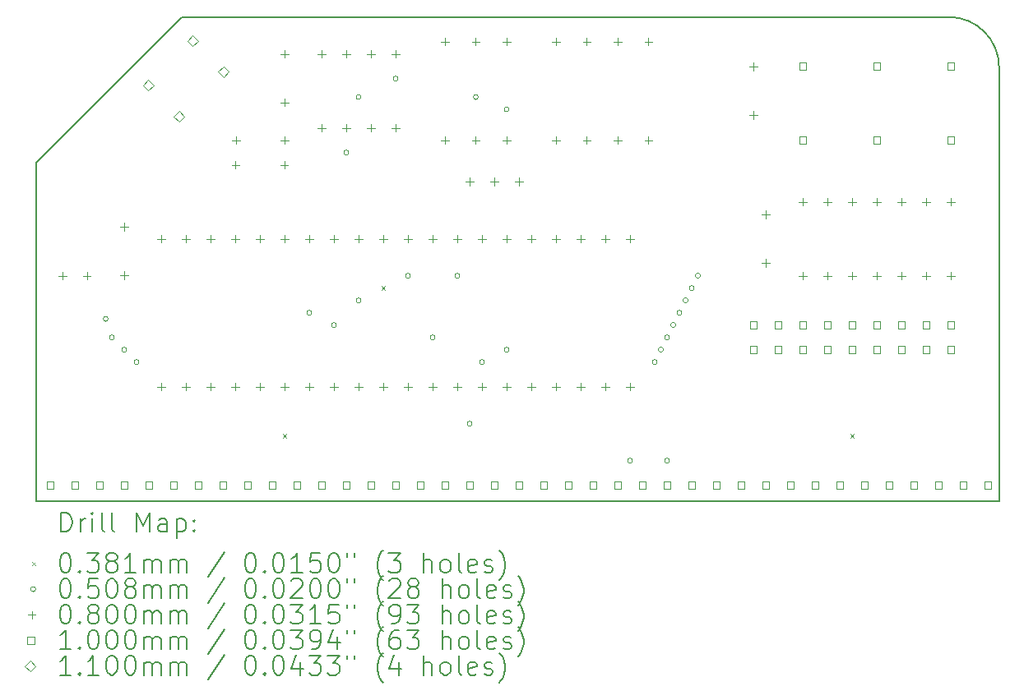
<source format=gbr>
%TF.GenerationSoftware,KiCad,Pcbnew,8.0.3+1*%
%TF.CreationDate,2024-06-25T00:50:04-06:00*%
%TF.ProjectId,z80-cpu,7a38302d-6370-4752-9e6b-696361645f70,rev?*%
%TF.SameCoordinates,Original*%
%TF.FileFunction,Drillmap*%
%TF.FilePolarity,Positive*%
%FSLAX45Y45*%
G04 Gerber Fmt 4.5, Leading zero omitted, Abs format (unit mm)*
G04 Created by KiCad (PCBNEW 8.0.3+1) date 2024-06-25 00:50:04*
%MOMM*%
%LPD*%
G01*
G04 APERTURE LIST*
%ADD10C,0.150000*%
%ADD11C,0.200000*%
%ADD12C,0.100000*%
%ADD13C,0.110000*%
G04 APERTURE END LIST*
D10*
X19663740Y-6858000D02*
G75*
G02*
X20181740Y-7376000I0J-518000D01*
G01*
X10271760Y-8359140D02*
X10271760Y-11844020D01*
X10271760Y-11844020D02*
X20181900Y-11844020D01*
X20181900Y-7376000D02*
X20181900Y-11844020D01*
X11772900Y-6858000D02*
X10271760Y-8359140D01*
X19663740Y-6858000D02*
X11772900Y-6858000D01*
D11*
D12*
X12807950Y-11156950D02*
X12846050Y-11195050D01*
X12846050Y-11156950D02*
X12807950Y-11195050D01*
X13823950Y-9632950D02*
X13862050Y-9671050D01*
X13862050Y-9632950D02*
X13823950Y-9671050D01*
X18649950Y-11156950D02*
X18688050Y-11195050D01*
X18688050Y-11156950D02*
X18649950Y-11195050D01*
X11010900Y-9969500D02*
G75*
G02*
X10960100Y-9969500I-25400J0D01*
G01*
X10960100Y-9969500D02*
G75*
G02*
X11010900Y-9969500I25400J0D01*
G01*
X11074400Y-10160000D02*
G75*
G02*
X11023600Y-10160000I-25400J0D01*
G01*
X11023600Y-10160000D02*
G75*
G02*
X11074400Y-10160000I25400J0D01*
G01*
X11201400Y-10287000D02*
G75*
G02*
X11150600Y-10287000I-25400J0D01*
G01*
X11150600Y-10287000D02*
G75*
G02*
X11201400Y-10287000I25400J0D01*
G01*
X11328400Y-10414000D02*
G75*
G02*
X11277600Y-10414000I-25400J0D01*
G01*
X11277600Y-10414000D02*
G75*
G02*
X11328400Y-10414000I25400J0D01*
G01*
X13106400Y-9906000D02*
G75*
G02*
X13055600Y-9906000I-25400J0D01*
G01*
X13055600Y-9906000D02*
G75*
G02*
X13106400Y-9906000I25400J0D01*
G01*
X13360400Y-10033000D02*
G75*
G02*
X13309600Y-10033000I-25400J0D01*
G01*
X13309600Y-10033000D02*
G75*
G02*
X13360400Y-10033000I25400J0D01*
G01*
X13487400Y-8255000D02*
G75*
G02*
X13436600Y-8255000I-25400J0D01*
G01*
X13436600Y-8255000D02*
G75*
G02*
X13487400Y-8255000I25400J0D01*
G01*
X13614400Y-7683500D02*
G75*
G02*
X13563600Y-7683500I-25400J0D01*
G01*
X13563600Y-7683500D02*
G75*
G02*
X13614400Y-7683500I25400J0D01*
G01*
X13614400Y-9779000D02*
G75*
G02*
X13563600Y-9779000I-25400J0D01*
G01*
X13563600Y-9779000D02*
G75*
G02*
X13614400Y-9779000I25400J0D01*
G01*
X13995400Y-7493000D02*
G75*
G02*
X13944600Y-7493000I-25400J0D01*
G01*
X13944600Y-7493000D02*
G75*
G02*
X13995400Y-7493000I25400J0D01*
G01*
X14122400Y-9525000D02*
G75*
G02*
X14071600Y-9525000I-25400J0D01*
G01*
X14071600Y-9525000D02*
G75*
G02*
X14122400Y-9525000I25400J0D01*
G01*
X14376400Y-10160000D02*
G75*
G02*
X14325600Y-10160000I-25400J0D01*
G01*
X14325600Y-10160000D02*
G75*
G02*
X14376400Y-10160000I25400J0D01*
G01*
X14630400Y-9525000D02*
G75*
G02*
X14579600Y-9525000I-25400J0D01*
G01*
X14579600Y-9525000D02*
G75*
G02*
X14630400Y-9525000I25400J0D01*
G01*
X14757400Y-11049000D02*
G75*
G02*
X14706600Y-11049000I-25400J0D01*
G01*
X14706600Y-11049000D02*
G75*
G02*
X14757400Y-11049000I25400J0D01*
G01*
X14820900Y-7683500D02*
G75*
G02*
X14770100Y-7683500I-25400J0D01*
G01*
X14770100Y-7683500D02*
G75*
G02*
X14820900Y-7683500I25400J0D01*
G01*
X14884400Y-10414000D02*
G75*
G02*
X14833600Y-10414000I-25400J0D01*
G01*
X14833600Y-10414000D02*
G75*
G02*
X14884400Y-10414000I25400J0D01*
G01*
X15138400Y-7810500D02*
G75*
G02*
X15087600Y-7810500I-25400J0D01*
G01*
X15087600Y-7810500D02*
G75*
G02*
X15138400Y-7810500I25400J0D01*
G01*
X15138400Y-10287000D02*
G75*
G02*
X15087600Y-10287000I-25400J0D01*
G01*
X15087600Y-10287000D02*
G75*
G02*
X15138400Y-10287000I25400J0D01*
G01*
X16408400Y-11430000D02*
G75*
G02*
X16357600Y-11430000I-25400J0D01*
G01*
X16357600Y-11430000D02*
G75*
G02*
X16408400Y-11430000I25400J0D01*
G01*
X16662400Y-10414000D02*
G75*
G02*
X16611600Y-10414000I-25400J0D01*
G01*
X16611600Y-10414000D02*
G75*
G02*
X16662400Y-10414000I25400J0D01*
G01*
X16725900Y-10287000D02*
G75*
G02*
X16675100Y-10287000I-25400J0D01*
G01*
X16675100Y-10287000D02*
G75*
G02*
X16725900Y-10287000I25400J0D01*
G01*
X16789400Y-10160000D02*
G75*
G02*
X16738600Y-10160000I-25400J0D01*
G01*
X16738600Y-10160000D02*
G75*
G02*
X16789400Y-10160000I25400J0D01*
G01*
X16789400Y-11430000D02*
G75*
G02*
X16738600Y-11430000I-25400J0D01*
G01*
X16738600Y-11430000D02*
G75*
G02*
X16789400Y-11430000I25400J0D01*
G01*
X16852900Y-10033000D02*
G75*
G02*
X16802100Y-10033000I-25400J0D01*
G01*
X16802100Y-10033000D02*
G75*
G02*
X16852900Y-10033000I25400J0D01*
G01*
X16916400Y-9906000D02*
G75*
G02*
X16865600Y-9906000I-25400J0D01*
G01*
X16865600Y-9906000D02*
G75*
G02*
X16916400Y-9906000I25400J0D01*
G01*
X16979900Y-9779000D02*
G75*
G02*
X16929100Y-9779000I-25400J0D01*
G01*
X16929100Y-9779000D02*
G75*
G02*
X16979900Y-9779000I25400J0D01*
G01*
X17043400Y-9652000D02*
G75*
G02*
X16992600Y-9652000I-25400J0D01*
G01*
X16992600Y-9652000D02*
G75*
G02*
X17043400Y-9652000I25400J0D01*
G01*
X17106900Y-9525000D02*
G75*
G02*
X17056100Y-9525000I-25400J0D01*
G01*
X17056100Y-9525000D02*
G75*
G02*
X17106900Y-9525000I25400J0D01*
G01*
X10541000Y-9485000D02*
X10541000Y-9565000D01*
X10501000Y-9525000D02*
X10581000Y-9525000D01*
X10791000Y-9485000D02*
X10791000Y-9565000D01*
X10751000Y-9525000D02*
X10831000Y-9525000D01*
X11176000Y-8981000D02*
X11176000Y-9061000D01*
X11136000Y-9021000D02*
X11216000Y-9021000D01*
X11176000Y-9481000D02*
X11176000Y-9561000D01*
X11136000Y-9521000D02*
X11216000Y-9521000D01*
X11557000Y-9104000D02*
X11557000Y-9184000D01*
X11517000Y-9144000D02*
X11597000Y-9144000D01*
X11557000Y-10628000D02*
X11557000Y-10708000D01*
X11517000Y-10668000D02*
X11597000Y-10668000D01*
X11811000Y-9104000D02*
X11811000Y-9184000D01*
X11771000Y-9144000D02*
X11851000Y-9144000D01*
X11811000Y-10628000D02*
X11811000Y-10708000D01*
X11771000Y-10668000D02*
X11851000Y-10668000D01*
X12065000Y-9104000D02*
X12065000Y-9184000D01*
X12025000Y-9144000D02*
X12105000Y-9144000D01*
X12065000Y-10628000D02*
X12065000Y-10708000D01*
X12025000Y-10668000D02*
X12105000Y-10668000D01*
X12319000Y-9104000D02*
X12319000Y-9184000D01*
X12279000Y-9144000D02*
X12359000Y-9144000D01*
X12319000Y-10628000D02*
X12319000Y-10708000D01*
X12279000Y-10668000D02*
X12359000Y-10668000D01*
X12323000Y-8342000D02*
X12323000Y-8422000D01*
X12283000Y-8382000D02*
X12363000Y-8382000D01*
X12327000Y-8088000D02*
X12327000Y-8168000D01*
X12287000Y-8128000D02*
X12367000Y-8128000D01*
X12573000Y-9104000D02*
X12573000Y-9184000D01*
X12533000Y-9144000D02*
X12613000Y-9144000D01*
X12573000Y-10628000D02*
X12573000Y-10708000D01*
X12533000Y-10668000D02*
X12613000Y-10668000D01*
X12823000Y-8342000D02*
X12823000Y-8422000D01*
X12783000Y-8382000D02*
X12863000Y-8382000D01*
X12827000Y-7199000D02*
X12827000Y-7279000D01*
X12787000Y-7239000D02*
X12867000Y-7239000D01*
X12827000Y-7699000D02*
X12827000Y-7779000D01*
X12787000Y-7739000D02*
X12867000Y-7739000D01*
X12827000Y-8088000D02*
X12827000Y-8168000D01*
X12787000Y-8128000D02*
X12867000Y-8128000D01*
X12827000Y-9104000D02*
X12827000Y-9184000D01*
X12787000Y-9144000D02*
X12867000Y-9144000D01*
X12827000Y-10628000D02*
X12827000Y-10708000D01*
X12787000Y-10668000D02*
X12867000Y-10668000D01*
X13081000Y-9104000D02*
X13081000Y-9184000D01*
X13041000Y-9144000D02*
X13121000Y-9144000D01*
X13081000Y-10628000D02*
X13081000Y-10708000D01*
X13041000Y-10668000D02*
X13121000Y-10668000D01*
X13208000Y-7199000D02*
X13208000Y-7279000D01*
X13168000Y-7239000D02*
X13248000Y-7239000D01*
X13208000Y-7961000D02*
X13208000Y-8041000D01*
X13168000Y-8001000D02*
X13248000Y-8001000D01*
X13335000Y-9104000D02*
X13335000Y-9184000D01*
X13295000Y-9144000D02*
X13375000Y-9144000D01*
X13335000Y-10628000D02*
X13335000Y-10708000D01*
X13295000Y-10668000D02*
X13375000Y-10668000D01*
X13462000Y-7199000D02*
X13462000Y-7279000D01*
X13422000Y-7239000D02*
X13502000Y-7239000D01*
X13462000Y-7961000D02*
X13462000Y-8041000D01*
X13422000Y-8001000D02*
X13502000Y-8001000D01*
X13589000Y-9104000D02*
X13589000Y-9184000D01*
X13549000Y-9144000D02*
X13629000Y-9144000D01*
X13589000Y-10628000D02*
X13589000Y-10708000D01*
X13549000Y-10668000D02*
X13629000Y-10668000D01*
X13716000Y-7199000D02*
X13716000Y-7279000D01*
X13676000Y-7239000D02*
X13756000Y-7239000D01*
X13716000Y-7961000D02*
X13716000Y-8041000D01*
X13676000Y-8001000D02*
X13756000Y-8001000D01*
X13843000Y-9104000D02*
X13843000Y-9184000D01*
X13803000Y-9144000D02*
X13883000Y-9144000D01*
X13843000Y-10628000D02*
X13843000Y-10708000D01*
X13803000Y-10668000D02*
X13883000Y-10668000D01*
X13970000Y-7199000D02*
X13970000Y-7279000D01*
X13930000Y-7239000D02*
X14010000Y-7239000D01*
X13970000Y-7961000D02*
X13970000Y-8041000D01*
X13930000Y-8001000D02*
X14010000Y-8001000D01*
X14097000Y-9104000D02*
X14097000Y-9184000D01*
X14057000Y-9144000D02*
X14137000Y-9144000D01*
X14097000Y-10628000D02*
X14097000Y-10708000D01*
X14057000Y-10668000D02*
X14137000Y-10668000D01*
X14351000Y-9104000D02*
X14351000Y-9184000D01*
X14311000Y-9144000D02*
X14391000Y-9144000D01*
X14351000Y-10628000D02*
X14351000Y-10708000D01*
X14311000Y-10668000D02*
X14391000Y-10668000D01*
X14478000Y-7072000D02*
X14478000Y-7152000D01*
X14438000Y-7112000D02*
X14518000Y-7112000D01*
X14478000Y-8088000D02*
X14478000Y-8168000D01*
X14438000Y-8128000D02*
X14518000Y-8128000D01*
X14605000Y-9104000D02*
X14605000Y-9184000D01*
X14565000Y-9144000D02*
X14645000Y-9144000D01*
X14605000Y-10628000D02*
X14605000Y-10708000D01*
X14565000Y-10668000D02*
X14645000Y-10668000D01*
X14731000Y-8514000D02*
X14731000Y-8594000D01*
X14691000Y-8554000D02*
X14771000Y-8554000D01*
X14795500Y-7072000D02*
X14795500Y-7152000D01*
X14755500Y-7112000D02*
X14835500Y-7112000D01*
X14795500Y-8088000D02*
X14795500Y-8168000D01*
X14755500Y-8128000D02*
X14835500Y-8128000D01*
X14859000Y-9104000D02*
X14859000Y-9184000D01*
X14819000Y-9144000D02*
X14899000Y-9144000D01*
X14859000Y-10628000D02*
X14859000Y-10708000D01*
X14819000Y-10668000D02*
X14899000Y-10668000D01*
X14985000Y-8514000D02*
X14985000Y-8594000D01*
X14945000Y-8554000D02*
X15025000Y-8554000D01*
X15113000Y-7072000D02*
X15113000Y-7152000D01*
X15073000Y-7112000D02*
X15153000Y-7112000D01*
X15113000Y-8088000D02*
X15113000Y-8168000D01*
X15073000Y-8128000D02*
X15153000Y-8128000D01*
X15113000Y-9104000D02*
X15113000Y-9184000D01*
X15073000Y-9144000D02*
X15153000Y-9144000D01*
X15113000Y-10628000D02*
X15113000Y-10708000D01*
X15073000Y-10668000D02*
X15153000Y-10668000D01*
X15239000Y-8514000D02*
X15239000Y-8594000D01*
X15199000Y-8554000D02*
X15279000Y-8554000D01*
X15367000Y-9104000D02*
X15367000Y-9184000D01*
X15327000Y-9144000D02*
X15407000Y-9144000D01*
X15367000Y-10628000D02*
X15367000Y-10708000D01*
X15327000Y-10668000D02*
X15407000Y-10668000D01*
X15621000Y-7072000D02*
X15621000Y-7152000D01*
X15581000Y-7112000D02*
X15661000Y-7112000D01*
X15621000Y-8088000D02*
X15621000Y-8168000D01*
X15581000Y-8128000D02*
X15661000Y-8128000D01*
X15621000Y-9104000D02*
X15621000Y-9184000D01*
X15581000Y-9144000D02*
X15661000Y-9144000D01*
X15621000Y-10628000D02*
X15621000Y-10708000D01*
X15581000Y-10668000D02*
X15661000Y-10668000D01*
X15875000Y-9104000D02*
X15875000Y-9184000D01*
X15835000Y-9144000D02*
X15915000Y-9144000D01*
X15875000Y-10628000D02*
X15875000Y-10708000D01*
X15835000Y-10668000D02*
X15915000Y-10668000D01*
X15938500Y-7072000D02*
X15938500Y-7152000D01*
X15898500Y-7112000D02*
X15978500Y-7112000D01*
X15938500Y-8088000D02*
X15938500Y-8168000D01*
X15898500Y-8128000D02*
X15978500Y-8128000D01*
X16129000Y-9104000D02*
X16129000Y-9184000D01*
X16089000Y-9144000D02*
X16169000Y-9144000D01*
X16129000Y-10628000D02*
X16129000Y-10708000D01*
X16089000Y-10668000D02*
X16169000Y-10668000D01*
X16256000Y-7072000D02*
X16256000Y-7152000D01*
X16216000Y-7112000D02*
X16296000Y-7112000D01*
X16256000Y-8088000D02*
X16256000Y-8168000D01*
X16216000Y-8128000D02*
X16296000Y-8128000D01*
X16383000Y-9104000D02*
X16383000Y-9184000D01*
X16343000Y-9144000D02*
X16423000Y-9144000D01*
X16383000Y-10628000D02*
X16383000Y-10708000D01*
X16343000Y-10668000D02*
X16423000Y-10668000D01*
X16573500Y-7072000D02*
X16573500Y-7152000D01*
X16533500Y-7112000D02*
X16613500Y-7112000D01*
X16573500Y-8088000D02*
X16573500Y-8168000D01*
X16533500Y-8128000D02*
X16613500Y-8128000D01*
X17653000Y-7330000D02*
X17653000Y-7410000D01*
X17613000Y-7370000D02*
X17693000Y-7370000D01*
X17653000Y-7830000D02*
X17653000Y-7910000D01*
X17613000Y-7870000D02*
X17693000Y-7870000D01*
X17780000Y-8854000D02*
X17780000Y-8934000D01*
X17740000Y-8894000D02*
X17820000Y-8894000D01*
X17780000Y-9354000D02*
X17780000Y-9434000D01*
X17740000Y-9394000D02*
X17820000Y-9394000D01*
X18161000Y-8723000D02*
X18161000Y-8803000D01*
X18121000Y-8763000D02*
X18201000Y-8763000D01*
X18161000Y-9485000D02*
X18161000Y-9565000D01*
X18121000Y-9525000D02*
X18201000Y-9525000D01*
X18415000Y-8723000D02*
X18415000Y-8803000D01*
X18375000Y-8763000D02*
X18455000Y-8763000D01*
X18415000Y-9485000D02*
X18415000Y-9565000D01*
X18375000Y-9525000D02*
X18455000Y-9525000D01*
X18669000Y-8723000D02*
X18669000Y-8803000D01*
X18629000Y-8763000D02*
X18709000Y-8763000D01*
X18669000Y-9485000D02*
X18669000Y-9565000D01*
X18629000Y-9525000D02*
X18709000Y-9525000D01*
X18923000Y-8723000D02*
X18923000Y-8803000D01*
X18883000Y-8763000D02*
X18963000Y-8763000D01*
X18923000Y-9485000D02*
X18923000Y-9565000D01*
X18883000Y-9525000D02*
X18963000Y-9525000D01*
X19177000Y-8723000D02*
X19177000Y-8803000D01*
X19137000Y-8763000D02*
X19217000Y-8763000D01*
X19177000Y-9485000D02*
X19177000Y-9565000D01*
X19137000Y-9525000D02*
X19217000Y-9525000D01*
X19431000Y-8723000D02*
X19431000Y-8803000D01*
X19391000Y-8763000D02*
X19471000Y-8763000D01*
X19431000Y-9485000D02*
X19431000Y-9565000D01*
X19391000Y-9525000D02*
X19471000Y-9525000D01*
X19685000Y-8723000D02*
X19685000Y-8803000D01*
X19645000Y-8763000D02*
X19725000Y-8763000D01*
X19685000Y-9485000D02*
X19685000Y-9565000D01*
X19645000Y-9525000D02*
X19725000Y-9525000D01*
X10449356Y-11719356D02*
X10449356Y-11648644D01*
X10378644Y-11648644D01*
X10378644Y-11719356D01*
X10449356Y-11719356D01*
X10703356Y-11719356D02*
X10703356Y-11648644D01*
X10632644Y-11648644D01*
X10632644Y-11719356D01*
X10703356Y-11719356D01*
X10957356Y-11719356D02*
X10957356Y-11648644D01*
X10886644Y-11648644D01*
X10886644Y-11719356D01*
X10957356Y-11719356D01*
X11211356Y-11719356D02*
X11211356Y-11648644D01*
X11140644Y-11648644D01*
X11140644Y-11719356D01*
X11211356Y-11719356D01*
X11465356Y-11719356D02*
X11465356Y-11648644D01*
X11394644Y-11648644D01*
X11394644Y-11719356D01*
X11465356Y-11719356D01*
X11719356Y-11719356D02*
X11719356Y-11648644D01*
X11648644Y-11648644D01*
X11648644Y-11719356D01*
X11719356Y-11719356D01*
X11973356Y-11719356D02*
X11973356Y-11648644D01*
X11902644Y-11648644D01*
X11902644Y-11719356D01*
X11973356Y-11719356D01*
X12227356Y-11719356D02*
X12227356Y-11648644D01*
X12156644Y-11648644D01*
X12156644Y-11719356D01*
X12227356Y-11719356D01*
X12481356Y-11719356D02*
X12481356Y-11648644D01*
X12410644Y-11648644D01*
X12410644Y-11719356D01*
X12481356Y-11719356D01*
X12735356Y-11719356D02*
X12735356Y-11648644D01*
X12664644Y-11648644D01*
X12664644Y-11719356D01*
X12735356Y-11719356D01*
X12989356Y-11719356D02*
X12989356Y-11648644D01*
X12918644Y-11648644D01*
X12918644Y-11719356D01*
X12989356Y-11719356D01*
X13243356Y-11719356D02*
X13243356Y-11648644D01*
X13172644Y-11648644D01*
X13172644Y-11719356D01*
X13243356Y-11719356D01*
X13497356Y-11719356D02*
X13497356Y-11648644D01*
X13426644Y-11648644D01*
X13426644Y-11719356D01*
X13497356Y-11719356D01*
X13751356Y-11719356D02*
X13751356Y-11648644D01*
X13680644Y-11648644D01*
X13680644Y-11719356D01*
X13751356Y-11719356D01*
X14005356Y-11719356D02*
X14005356Y-11648644D01*
X13934644Y-11648644D01*
X13934644Y-11719356D01*
X14005356Y-11719356D01*
X14259356Y-11719356D02*
X14259356Y-11648644D01*
X14188644Y-11648644D01*
X14188644Y-11719356D01*
X14259356Y-11719356D01*
X14513356Y-11719356D02*
X14513356Y-11648644D01*
X14442644Y-11648644D01*
X14442644Y-11719356D01*
X14513356Y-11719356D01*
X14767356Y-11719356D02*
X14767356Y-11648644D01*
X14696644Y-11648644D01*
X14696644Y-11719356D01*
X14767356Y-11719356D01*
X15021356Y-11719356D02*
X15021356Y-11648644D01*
X14950644Y-11648644D01*
X14950644Y-11719356D01*
X15021356Y-11719356D01*
X15275356Y-11719356D02*
X15275356Y-11648644D01*
X15204644Y-11648644D01*
X15204644Y-11719356D01*
X15275356Y-11719356D01*
X15529356Y-11719356D02*
X15529356Y-11648644D01*
X15458644Y-11648644D01*
X15458644Y-11719356D01*
X15529356Y-11719356D01*
X15783356Y-11719356D02*
X15783356Y-11648644D01*
X15712644Y-11648644D01*
X15712644Y-11719356D01*
X15783356Y-11719356D01*
X16037356Y-11719356D02*
X16037356Y-11648644D01*
X15966644Y-11648644D01*
X15966644Y-11719356D01*
X16037356Y-11719356D01*
X16291356Y-11719356D02*
X16291356Y-11648644D01*
X16220644Y-11648644D01*
X16220644Y-11719356D01*
X16291356Y-11719356D01*
X16545356Y-11719356D02*
X16545356Y-11648644D01*
X16474644Y-11648644D01*
X16474644Y-11719356D01*
X16545356Y-11719356D01*
X16799356Y-11719356D02*
X16799356Y-11648644D01*
X16728644Y-11648644D01*
X16728644Y-11719356D01*
X16799356Y-11719356D01*
X17053356Y-11719356D02*
X17053356Y-11648644D01*
X16982644Y-11648644D01*
X16982644Y-11719356D01*
X17053356Y-11719356D01*
X17307356Y-11719356D02*
X17307356Y-11648644D01*
X17236644Y-11648644D01*
X17236644Y-11719356D01*
X17307356Y-11719356D01*
X17561356Y-11719356D02*
X17561356Y-11648644D01*
X17490644Y-11648644D01*
X17490644Y-11719356D01*
X17561356Y-11719356D01*
X17688356Y-10068356D02*
X17688356Y-9997644D01*
X17617644Y-9997644D01*
X17617644Y-10068356D01*
X17688356Y-10068356D01*
X17688356Y-10322356D02*
X17688356Y-10251644D01*
X17617644Y-10251644D01*
X17617644Y-10322356D01*
X17688356Y-10322356D01*
X17815356Y-11719356D02*
X17815356Y-11648644D01*
X17744644Y-11648644D01*
X17744644Y-11719356D01*
X17815356Y-11719356D01*
X17942356Y-10068356D02*
X17942356Y-9997644D01*
X17871644Y-9997644D01*
X17871644Y-10068356D01*
X17942356Y-10068356D01*
X17942356Y-10322356D02*
X17942356Y-10251644D01*
X17871644Y-10251644D01*
X17871644Y-10322356D01*
X17942356Y-10322356D01*
X18069356Y-11719356D02*
X18069356Y-11648644D01*
X17998644Y-11648644D01*
X17998644Y-11719356D01*
X18069356Y-11719356D01*
X18196356Y-7401356D02*
X18196356Y-7330644D01*
X18125644Y-7330644D01*
X18125644Y-7401356D01*
X18196356Y-7401356D01*
X18196356Y-8163356D02*
X18196356Y-8092644D01*
X18125644Y-8092644D01*
X18125644Y-8163356D01*
X18196356Y-8163356D01*
X18196356Y-10068356D02*
X18196356Y-9997644D01*
X18125644Y-9997644D01*
X18125644Y-10068356D01*
X18196356Y-10068356D01*
X18196356Y-10322356D02*
X18196356Y-10251644D01*
X18125644Y-10251644D01*
X18125644Y-10322356D01*
X18196356Y-10322356D01*
X18323356Y-11719356D02*
X18323356Y-11648644D01*
X18252644Y-11648644D01*
X18252644Y-11719356D01*
X18323356Y-11719356D01*
X18450356Y-10068356D02*
X18450356Y-9997644D01*
X18379644Y-9997644D01*
X18379644Y-10068356D01*
X18450356Y-10068356D01*
X18450356Y-10322356D02*
X18450356Y-10251644D01*
X18379644Y-10251644D01*
X18379644Y-10322356D01*
X18450356Y-10322356D01*
X18577356Y-11719356D02*
X18577356Y-11648644D01*
X18506644Y-11648644D01*
X18506644Y-11719356D01*
X18577356Y-11719356D01*
X18704356Y-10068356D02*
X18704356Y-9997644D01*
X18633644Y-9997644D01*
X18633644Y-10068356D01*
X18704356Y-10068356D01*
X18704356Y-10322356D02*
X18704356Y-10251644D01*
X18633644Y-10251644D01*
X18633644Y-10322356D01*
X18704356Y-10322356D01*
X18831356Y-11719356D02*
X18831356Y-11648644D01*
X18760644Y-11648644D01*
X18760644Y-11719356D01*
X18831356Y-11719356D01*
X18958356Y-7401356D02*
X18958356Y-7330644D01*
X18887644Y-7330644D01*
X18887644Y-7401356D01*
X18958356Y-7401356D01*
X18958356Y-8163356D02*
X18958356Y-8092644D01*
X18887644Y-8092644D01*
X18887644Y-8163356D01*
X18958356Y-8163356D01*
X18958356Y-10068356D02*
X18958356Y-9997644D01*
X18887644Y-9997644D01*
X18887644Y-10068356D01*
X18958356Y-10068356D01*
X18958356Y-10322356D02*
X18958356Y-10251644D01*
X18887644Y-10251644D01*
X18887644Y-10322356D01*
X18958356Y-10322356D01*
X19085356Y-11719356D02*
X19085356Y-11648644D01*
X19014644Y-11648644D01*
X19014644Y-11719356D01*
X19085356Y-11719356D01*
X19212356Y-10068356D02*
X19212356Y-9997644D01*
X19141644Y-9997644D01*
X19141644Y-10068356D01*
X19212356Y-10068356D01*
X19212356Y-10322356D02*
X19212356Y-10251644D01*
X19141644Y-10251644D01*
X19141644Y-10322356D01*
X19212356Y-10322356D01*
X19339356Y-11719356D02*
X19339356Y-11648644D01*
X19268644Y-11648644D01*
X19268644Y-11719356D01*
X19339356Y-11719356D01*
X19466356Y-10068356D02*
X19466356Y-9997644D01*
X19395644Y-9997644D01*
X19395644Y-10068356D01*
X19466356Y-10068356D01*
X19466356Y-10322356D02*
X19466356Y-10251644D01*
X19395644Y-10251644D01*
X19395644Y-10322356D01*
X19466356Y-10322356D01*
X19593356Y-11719356D02*
X19593356Y-11648644D01*
X19522644Y-11648644D01*
X19522644Y-11719356D01*
X19593356Y-11719356D01*
X19720356Y-7401356D02*
X19720356Y-7330644D01*
X19649644Y-7330644D01*
X19649644Y-7401356D01*
X19720356Y-7401356D01*
X19720356Y-8163356D02*
X19720356Y-8092644D01*
X19649644Y-8092644D01*
X19649644Y-8163356D01*
X19720356Y-8163356D01*
X19720356Y-10068356D02*
X19720356Y-9997644D01*
X19649644Y-9997644D01*
X19649644Y-10068356D01*
X19720356Y-10068356D01*
X19720356Y-10322356D02*
X19720356Y-10251644D01*
X19649644Y-10251644D01*
X19649644Y-10322356D01*
X19720356Y-10322356D01*
X19847356Y-11719356D02*
X19847356Y-11648644D01*
X19776644Y-11648644D01*
X19776644Y-11719356D01*
X19847356Y-11719356D01*
X20101356Y-11719356D02*
X20101356Y-11648644D01*
X20030644Y-11648644D01*
X20030644Y-11719356D01*
X20101356Y-11719356D01*
D13*
X11422091Y-7618711D02*
X11477091Y-7563711D01*
X11422091Y-7508711D01*
X11367091Y-7563711D01*
X11422091Y-7618711D01*
X11740289Y-7936909D02*
X11795289Y-7881909D01*
X11740289Y-7826909D01*
X11685289Y-7881909D01*
X11740289Y-7936909D01*
X11881711Y-7159091D02*
X11936711Y-7104091D01*
X11881711Y-7049091D01*
X11826711Y-7104091D01*
X11881711Y-7159091D01*
X12199909Y-7477289D02*
X12254909Y-7422289D01*
X12199909Y-7367289D01*
X12144909Y-7422289D01*
X12199909Y-7477289D01*
D11*
X10525037Y-12163004D02*
X10525037Y-11963004D01*
X10525037Y-11963004D02*
X10572656Y-11963004D01*
X10572656Y-11963004D02*
X10601227Y-11972528D01*
X10601227Y-11972528D02*
X10620275Y-11991575D01*
X10620275Y-11991575D02*
X10629799Y-12010623D01*
X10629799Y-12010623D02*
X10639323Y-12048718D01*
X10639323Y-12048718D02*
X10639323Y-12077289D01*
X10639323Y-12077289D02*
X10629799Y-12115385D01*
X10629799Y-12115385D02*
X10620275Y-12134432D01*
X10620275Y-12134432D02*
X10601227Y-12153480D01*
X10601227Y-12153480D02*
X10572656Y-12163004D01*
X10572656Y-12163004D02*
X10525037Y-12163004D01*
X10725037Y-12163004D02*
X10725037Y-12029670D01*
X10725037Y-12067766D02*
X10734561Y-12048718D01*
X10734561Y-12048718D02*
X10744084Y-12039194D01*
X10744084Y-12039194D02*
X10763132Y-12029670D01*
X10763132Y-12029670D02*
X10782180Y-12029670D01*
X10848846Y-12163004D02*
X10848846Y-12029670D01*
X10848846Y-11963004D02*
X10839323Y-11972528D01*
X10839323Y-11972528D02*
X10848846Y-11982051D01*
X10848846Y-11982051D02*
X10858370Y-11972528D01*
X10858370Y-11972528D02*
X10848846Y-11963004D01*
X10848846Y-11963004D02*
X10848846Y-11982051D01*
X10972656Y-12163004D02*
X10953608Y-12153480D01*
X10953608Y-12153480D02*
X10944084Y-12134432D01*
X10944084Y-12134432D02*
X10944084Y-11963004D01*
X11077418Y-12163004D02*
X11058370Y-12153480D01*
X11058370Y-12153480D02*
X11048846Y-12134432D01*
X11048846Y-12134432D02*
X11048846Y-11963004D01*
X11305989Y-12163004D02*
X11305989Y-11963004D01*
X11305989Y-11963004D02*
X11372656Y-12105861D01*
X11372656Y-12105861D02*
X11439322Y-11963004D01*
X11439322Y-11963004D02*
X11439322Y-12163004D01*
X11620275Y-12163004D02*
X11620275Y-12058242D01*
X11620275Y-12058242D02*
X11610751Y-12039194D01*
X11610751Y-12039194D02*
X11591703Y-12029670D01*
X11591703Y-12029670D02*
X11553608Y-12029670D01*
X11553608Y-12029670D02*
X11534561Y-12039194D01*
X11620275Y-12153480D02*
X11601227Y-12163004D01*
X11601227Y-12163004D02*
X11553608Y-12163004D01*
X11553608Y-12163004D02*
X11534561Y-12153480D01*
X11534561Y-12153480D02*
X11525037Y-12134432D01*
X11525037Y-12134432D02*
X11525037Y-12115385D01*
X11525037Y-12115385D02*
X11534561Y-12096337D01*
X11534561Y-12096337D02*
X11553608Y-12086813D01*
X11553608Y-12086813D02*
X11601227Y-12086813D01*
X11601227Y-12086813D02*
X11620275Y-12077289D01*
X11715513Y-12029670D02*
X11715513Y-12229670D01*
X11715513Y-12039194D02*
X11734561Y-12029670D01*
X11734561Y-12029670D02*
X11772656Y-12029670D01*
X11772656Y-12029670D02*
X11791703Y-12039194D01*
X11791703Y-12039194D02*
X11801227Y-12048718D01*
X11801227Y-12048718D02*
X11810751Y-12067766D01*
X11810751Y-12067766D02*
X11810751Y-12124908D01*
X11810751Y-12124908D02*
X11801227Y-12143956D01*
X11801227Y-12143956D02*
X11791703Y-12153480D01*
X11791703Y-12153480D02*
X11772656Y-12163004D01*
X11772656Y-12163004D02*
X11734561Y-12163004D01*
X11734561Y-12163004D02*
X11715513Y-12153480D01*
X11896465Y-12143956D02*
X11905989Y-12153480D01*
X11905989Y-12153480D02*
X11896465Y-12163004D01*
X11896465Y-12163004D02*
X11886942Y-12153480D01*
X11886942Y-12153480D02*
X11896465Y-12143956D01*
X11896465Y-12143956D02*
X11896465Y-12163004D01*
X11896465Y-12039194D02*
X11905989Y-12048718D01*
X11905989Y-12048718D02*
X11896465Y-12058242D01*
X11896465Y-12058242D02*
X11886942Y-12048718D01*
X11886942Y-12048718D02*
X11896465Y-12039194D01*
X11896465Y-12039194D02*
X11896465Y-12058242D01*
D12*
X10226160Y-12472470D02*
X10264260Y-12510570D01*
X10264260Y-12472470D02*
X10226160Y-12510570D01*
D11*
X10563132Y-12383004D02*
X10582180Y-12383004D01*
X10582180Y-12383004D02*
X10601227Y-12392528D01*
X10601227Y-12392528D02*
X10610751Y-12402051D01*
X10610751Y-12402051D02*
X10620275Y-12421099D01*
X10620275Y-12421099D02*
X10629799Y-12459194D01*
X10629799Y-12459194D02*
X10629799Y-12506813D01*
X10629799Y-12506813D02*
X10620275Y-12544908D01*
X10620275Y-12544908D02*
X10610751Y-12563956D01*
X10610751Y-12563956D02*
X10601227Y-12573480D01*
X10601227Y-12573480D02*
X10582180Y-12583004D01*
X10582180Y-12583004D02*
X10563132Y-12583004D01*
X10563132Y-12583004D02*
X10544084Y-12573480D01*
X10544084Y-12573480D02*
X10534561Y-12563956D01*
X10534561Y-12563956D02*
X10525037Y-12544908D01*
X10525037Y-12544908D02*
X10515513Y-12506813D01*
X10515513Y-12506813D02*
X10515513Y-12459194D01*
X10515513Y-12459194D02*
X10525037Y-12421099D01*
X10525037Y-12421099D02*
X10534561Y-12402051D01*
X10534561Y-12402051D02*
X10544084Y-12392528D01*
X10544084Y-12392528D02*
X10563132Y-12383004D01*
X10715513Y-12563956D02*
X10725037Y-12573480D01*
X10725037Y-12573480D02*
X10715513Y-12583004D01*
X10715513Y-12583004D02*
X10705989Y-12573480D01*
X10705989Y-12573480D02*
X10715513Y-12563956D01*
X10715513Y-12563956D02*
X10715513Y-12583004D01*
X10791704Y-12383004D02*
X10915513Y-12383004D01*
X10915513Y-12383004D02*
X10848846Y-12459194D01*
X10848846Y-12459194D02*
X10877418Y-12459194D01*
X10877418Y-12459194D02*
X10896465Y-12468718D01*
X10896465Y-12468718D02*
X10905989Y-12478242D01*
X10905989Y-12478242D02*
X10915513Y-12497289D01*
X10915513Y-12497289D02*
X10915513Y-12544908D01*
X10915513Y-12544908D02*
X10905989Y-12563956D01*
X10905989Y-12563956D02*
X10896465Y-12573480D01*
X10896465Y-12573480D02*
X10877418Y-12583004D01*
X10877418Y-12583004D02*
X10820275Y-12583004D01*
X10820275Y-12583004D02*
X10801227Y-12573480D01*
X10801227Y-12573480D02*
X10791704Y-12563956D01*
X11029799Y-12468718D02*
X11010751Y-12459194D01*
X11010751Y-12459194D02*
X11001227Y-12449670D01*
X11001227Y-12449670D02*
X10991704Y-12430623D01*
X10991704Y-12430623D02*
X10991704Y-12421099D01*
X10991704Y-12421099D02*
X11001227Y-12402051D01*
X11001227Y-12402051D02*
X11010751Y-12392528D01*
X11010751Y-12392528D02*
X11029799Y-12383004D01*
X11029799Y-12383004D02*
X11067894Y-12383004D01*
X11067894Y-12383004D02*
X11086942Y-12392528D01*
X11086942Y-12392528D02*
X11096465Y-12402051D01*
X11096465Y-12402051D02*
X11105989Y-12421099D01*
X11105989Y-12421099D02*
X11105989Y-12430623D01*
X11105989Y-12430623D02*
X11096465Y-12449670D01*
X11096465Y-12449670D02*
X11086942Y-12459194D01*
X11086942Y-12459194D02*
X11067894Y-12468718D01*
X11067894Y-12468718D02*
X11029799Y-12468718D01*
X11029799Y-12468718D02*
X11010751Y-12478242D01*
X11010751Y-12478242D02*
X11001227Y-12487766D01*
X11001227Y-12487766D02*
X10991704Y-12506813D01*
X10991704Y-12506813D02*
X10991704Y-12544908D01*
X10991704Y-12544908D02*
X11001227Y-12563956D01*
X11001227Y-12563956D02*
X11010751Y-12573480D01*
X11010751Y-12573480D02*
X11029799Y-12583004D01*
X11029799Y-12583004D02*
X11067894Y-12583004D01*
X11067894Y-12583004D02*
X11086942Y-12573480D01*
X11086942Y-12573480D02*
X11096465Y-12563956D01*
X11096465Y-12563956D02*
X11105989Y-12544908D01*
X11105989Y-12544908D02*
X11105989Y-12506813D01*
X11105989Y-12506813D02*
X11096465Y-12487766D01*
X11096465Y-12487766D02*
X11086942Y-12478242D01*
X11086942Y-12478242D02*
X11067894Y-12468718D01*
X11296465Y-12583004D02*
X11182180Y-12583004D01*
X11239322Y-12583004D02*
X11239322Y-12383004D01*
X11239322Y-12383004D02*
X11220275Y-12411575D01*
X11220275Y-12411575D02*
X11201227Y-12430623D01*
X11201227Y-12430623D02*
X11182180Y-12440147D01*
X11382180Y-12583004D02*
X11382180Y-12449670D01*
X11382180Y-12468718D02*
X11391703Y-12459194D01*
X11391703Y-12459194D02*
X11410751Y-12449670D01*
X11410751Y-12449670D02*
X11439323Y-12449670D01*
X11439323Y-12449670D02*
X11458370Y-12459194D01*
X11458370Y-12459194D02*
X11467894Y-12478242D01*
X11467894Y-12478242D02*
X11467894Y-12583004D01*
X11467894Y-12478242D02*
X11477418Y-12459194D01*
X11477418Y-12459194D02*
X11496465Y-12449670D01*
X11496465Y-12449670D02*
X11525037Y-12449670D01*
X11525037Y-12449670D02*
X11544084Y-12459194D01*
X11544084Y-12459194D02*
X11553608Y-12478242D01*
X11553608Y-12478242D02*
X11553608Y-12583004D01*
X11648846Y-12583004D02*
X11648846Y-12449670D01*
X11648846Y-12468718D02*
X11658370Y-12459194D01*
X11658370Y-12459194D02*
X11677418Y-12449670D01*
X11677418Y-12449670D02*
X11705989Y-12449670D01*
X11705989Y-12449670D02*
X11725037Y-12459194D01*
X11725037Y-12459194D02*
X11734561Y-12478242D01*
X11734561Y-12478242D02*
X11734561Y-12583004D01*
X11734561Y-12478242D02*
X11744084Y-12459194D01*
X11744084Y-12459194D02*
X11763132Y-12449670D01*
X11763132Y-12449670D02*
X11791703Y-12449670D01*
X11791703Y-12449670D02*
X11810751Y-12459194D01*
X11810751Y-12459194D02*
X11820275Y-12478242D01*
X11820275Y-12478242D02*
X11820275Y-12583004D01*
X12210751Y-12373480D02*
X12039323Y-12630623D01*
X12467894Y-12383004D02*
X12486942Y-12383004D01*
X12486942Y-12383004D02*
X12505989Y-12392528D01*
X12505989Y-12392528D02*
X12515513Y-12402051D01*
X12515513Y-12402051D02*
X12525037Y-12421099D01*
X12525037Y-12421099D02*
X12534561Y-12459194D01*
X12534561Y-12459194D02*
X12534561Y-12506813D01*
X12534561Y-12506813D02*
X12525037Y-12544908D01*
X12525037Y-12544908D02*
X12515513Y-12563956D01*
X12515513Y-12563956D02*
X12505989Y-12573480D01*
X12505989Y-12573480D02*
X12486942Y-12583004D01*
X12486942Y-12583004D02*
X12467894Y-12583004D01*
X12467894Y-12583004D02*
X12448846Y-12573480D01*
X12448846Y-12573480D02*
X12439323Y-12563956D01*
X12439323Y-12563956D02*
X12429799Y-12544908D01*
X12429799Y-12544908D02*
X12420275Y-12506813D01*
X12420275Y-12506813D02*
X12420275Y-12459194D01*
X12420275Y-12459194D02*
X12429799Y-12421099D01*
X12429799Y-12421099D02*
X12439323Y-12402051D01*
X12439323Y-12402051D02*
X12448846Y-12392528D01*
X12448846Y-12392528D02*
X12467894Y-12383004D01*
X12620275Y-12563956D02*
X12629799Y-12573480D01*
X12629799Y-12573480D02*
X12620275Y-12583004D01*
X12620275Y-12583004D02*
X12610751Y-12573480D01*
X12610751Y-12573480D02*
X12620275Y-12563956D01*
X12620275Y-12563956D02*
X12620275Y-12583004D01*
X12753608Y-12383004D02*
X12772656Y-12383004D01*
X12772656Y-12383004D02*
X12791704Y-12392528D01*
X12791704Y-12392528D02*
X12801227Y-12402051D01*
X12801227Y-12402051D02*
X12810751Y-12421099D01*
X12810751Y-12421099D02*
X12820275Y-12459194D01*
X12820275Y-12459194D02*
X12820275Y-12506813D01*
X12820275Y-12506813D02*
X12810751Y-12544908D01*
X12810751Y-12544908D02*
X12801227Y-12563956D01*
X12801227Y-12563956D02*
X12791704Y-12573480D01*
X12791704Y-12573480D02*
X12772656Y-12583004D01*
X12772656Y-12583004D02*
X12753608Y-12583004D01*
X12753608Y-12583004D02*
X12734561Y-12573480D01*
X12734561Y-12573480D02*
X12725037Y-12563956D01*
X12725037Y-12563956D02*
X12715513Y-12544908D01*
X12715513Y-12544908D02*
X12705989Y-12506813D01*
X12705989Y-12506813D02*
X12705989Y-12459194D01*
X12705989Y-12459194D02*
X12715513Y-12421099D01*
X12715513Y-12421099D02*
X12725037Y-12402051D01*
X12725037Y-12402051D02*
X12734561Y-12392528D01*
X12734561Y-12392528D02*
X12753608Y-12383004D01*
X13010751Y-12583004D02*
X12896466Y-12583004D01*
X12953608Y-12583004D02*
X12953608Y-12383004D01*
X12953608Y-12383004D02*
X12934561Y-12411575D01*
X12934561Y-12411575D02*
X12915513Y-12430623D01*
X12915513Y-12430623D02*
X12896466Y-12440147D01*
X13191704Y-12383004D02*
X13096466Y-12383004D01*
X13096466Y-12383004D02*
X13086942Y-12478242D01*
X13086942Y-12478242D02*
X13096466Y-12468718D01*
X13096466Y-12468718D02*
X13115513Y-12459194D01*
X13115513Y-12459194D02*
X13163132Y-12459194D01*
X13163132Y-12459194D02*
X13182180Y-12468718D01*
X13182180Y-12468718D02*
X13191704Y-12478242D01*
X13191704Y-12478242D02*
X13201227Y-12497289D01*
X13201227Y-12497289D02*
X13201227Y-12544908D01*
X13201227Y-12544908D02*
X13191704Y-12563956D01*
X13191704Y-12563956D02*
X13182180Y-12573480D01*
X13182180Y-12573480D02*
X13163132Y-12583004D01*
X13163132Y-12583004D02*
X13115513Y-12583004D01*
X13115513Y-12583004D02*
X13096466Y-12573480D01*
X13096466Y-12573480D02*
X13086942Y-12563956D01*
X13325037Y-12383004D02*
X13344085Y-12383004D01*
X13344085Y-12383004D02*
X13363132Y-12392528D01*
X13363132Y-12392528D02*
X13372656Y-12402051D01*
X13372656Y-12402051D02*
X13382180Y-12421099D01*
X13382180Y-12421099D02*
X13391704Y-12459194D01*
X13391704Y-12459194D02*
X13391704Y-12506813D01*
X13391704Y-12506813D02*
X13382180Y-12544908D01*
X13382180Y-12544908D02*
X13372656Y-12563956D01*
X13372656Y-12563956D02*
X13363132Y-12573480D01*
X13363132Y-12573480D02*
X13344085Y-12583004D01*
X13344085Y-12583004D02*
X13325037Y-12583004D01*
X13325037Y-12583004D02*
X13305989Y-12573480D01*
X13305989Y-12573480D02*
X13296466Y-12563956D01*
X13296466Y-12563956D02*
X13286942Y-12544908D01*
X13286942Y-12544908D02*
X13277418Y-12506813D01*
X13277418Y-12506813D02*
X13277418Y-12459194D01*
X13277418Y-12459194D02*
X13286942Y-12421099D01*
X13286942Y-12421099D02*
X13296466Y-12402051D01*
X13296466Y-12402051D02*
X13305989Y-12392528D01*
X13305989Y-12392528D02*
X13325037Y-12383004D01*
X13467894Y-12383004D02*
X13467894Y-12421099D01*
X13544085Y-12383004D02*
X13544085Y-12421099D01*
X13839323Y-12659194D02*
X13829799Y-12649670D01*
X13829799Y-12649670D02*
X13810751Y-12621099D01*
X13810751Y-12621099D02*
X13801228Y-12602051D01*
X13801228Y-12602051D02*
X13791704Y-12573480D01*
X13791704Y-12573480D02*
X13782180Y-12525861D01*
X13782180Y-12525861D02*
X13782180Y-12487766D01*
X13782180Y-12487766D02*
X13791704Y-12440147D01*
X13791704Y-12440147D02*
X13801228Y-12411575D01*
X13801228Y-12411575D02*
X13810751Y-12392528D01*
X13810751Y-12392528D02*
X13829799Y-12363956D01*
X13829799Y-12363956D02*
X13839323Y-12354432D01*
X13896466Y-12383004D02*
X14020275Y-12383004D01*
X14020275Y-12383004D02*
X13953608Y-12459194D01*
X13953608Y-12459194D02*
X13982180Y-12459194D01*
X13982180Y-12459194D02*
X14001228Y-12468718D01*
X14001228Y-12468718D02*
X14010751Y-12478242D01*
X14010751Y-12478242D02*
X14020275Y-12497289D01*
X14020275Y-12497289D02*
X14020275Y-12544908D01*
X14020275Y-12544908D02*
X14010751Y-12563956D01*
X14010751Y-12563956D02*
X14001228Y-12573480D01*
X14001228Y-12573480D02*
X13982180Y-12583004D01*
X13982180Y-12583004D02*
X13925037Y-12583004D01*
X13925037Y-12583004D02*
X13905989Y-12573480D01*
X13905989Y-12573480D02*
X13896466Y-12563956D01*
X14258370Y-12583004D02*
X14258370Y-12383004D01*
X14344085Y-12583004D02*
X14344085Y-12478242D01*
X14344085Y-12478242D02*
X14334561Y-12459194D01*
X14334561Y-12459194D02*
X14315513Y-12449670D01*
X14315513Y-12449670D02*
X14286942Y-12449670D01*
X14286942Y-12449670D02*
X14267894Y-12459194D01*
X14267894Y-12459194D02*
X14258370Y-12468718D01*
X14467894Y-12583004D02*
X14448847Y-12573480D01*
X14448847Y-12573480D02*
X14439323Y-12563956D01*
X14439323Y-12563956D02*
X14429799Y-12544908D01*
X14429799Y-12544908D02*
X14429799Y-12487766D01*
X14429799Y-12487766D02*
X14439323Y-12468718D01*
X14439323Y-12468718D02*
X14448847Y-12459194D01*
X14448847Y-12459194D02*
X14467894Y-12449670D01*
X14467894Y-12449670D02*
X14496466Y-12449670D01*
X14496466Y-12449670D02*
X14515513Y-12459194D01*
X14515513Y-12459194D02*
X14525037Y-12468718D01*
X14525037Y-12468718D02*
X14534561Y-12487766D01*
X14534561Y-12487766D02*
X14534561Y-12544908D01*
X14534561Y-12544908D02*
X14525037Y-12563956D01*
X14525037Y-12563956D02*
X14515513Y-12573480D01*
X14515513Y-12573480D02*
X14496466Y-12583004D01*
X14496466Y-12583004D02*
X14467894Y-12583004D01*
X14648847Y-12583004D02*
X14629799Y-12573480D01*
X14629799Y-12573480D02*
X14620275Y-12554432D01*
X14620275Y-12554432D02*
X14620275Y-12383004D01*
X14801228Y-12573480D02*
X14782180Y-12583004D01*
X14782180Y-12583004D02*
X14744085Y-12583004D01*
X14744085Y-12583004D02*
X14725037Y-12573480D01*
X14725037Y-12573480D02*
X14715513Y-12554432D01*
X14715513Y-12554432D02*
X14715513Y-12478242D01*
X14715513Y-12478242D02*
X14725037Y-12459194D01*
X14725037Y-12459194D02*
X14744085Y-12449670D01*
X14744085Y-12449670D02*
X14782180Y-12449670D01*
X14782180Y-12449670D02*
X14801228Y-12459194D01*
X14801228Y-12459194D02*
X14810751Y-12478242D01*
X14810751Y-12478242D02*
X14810751Y-12497289D01*
X14810751Y-12497289D02*
X14715513Y-12516337D01*
X14886942Y-12573480D02*
X14905990Y-12583004D01*
X14905990Y-12583004D02*
X14944085Y-12583004D01*
X14944085Y-12583004D02*
X14963132Y-12573480D01*
X14963132Y-12573480D02*
X14972656Y-12554432D01*
X14972656Y-12554432D02*
X14972656Y-12544908D01*
X14972656Y-12544908D02*
X14963132Y-12525861D01*
X14963132Y-12525861D02*
X14944085Y-12516337D01*
X14944085Y-12516337D02*
X14915513Y-12516337D01*
X14915513Y-12516337D02*
X14896466Y-12506813D01*
X14896466Y-12506813D02*
X14886942Y-12487766D01*
X14886942Y-12487766D02*
X14886942Y-12478242D01*
X14886942Y-12478242D02*
X14896466Y-12459194D01*
X14896466Y-12459194D02*
X14915513Y-12449670D01*
X14915513Y-12449670D02*
X14944085Y-12449670D01*
X14944085Y-12449670D02*
X14963132Y-12459194D01*
X15039323Y-12659194D02*
X15048847Y-12649670D01*
X15048847Y-12649670D02*
X15067894Y-12621099D01*
X15067894Y-12621099D02*
X15077418Y-12602051D01*
X15077418Y-12602051D02*
X15086942Y-12573480D01*
X15086942Y-12573480D02*
X15096466Y-12525861D01*
X15096466Y-12525861D02*
X15096466Y-12487766D01*
X15096466Y-12487766D02*
X15086942Y-12440147D01*
X15086942Y-12440147D02*
X15077418Y-12411575D01*
X15077418Y-12411575D02*
X15067894Y-12392528D01*
X15067894Y-12392528D02*
X15048847Y-12363956D01*
X15048847Y-12363956D02*
X15039323Y-12354432D01*
D12*
X10264260Y-12755520D02*
G75*
G02*
X10213460Y-12755520I-25400J0D01*
G01*
X10213460Y-12755520D02*
G75*
G02*
X10264260Y-12755520I25400J0D01*
G01*
D11*
X10563132Y-12647004D02*
X10582180Y-12647004D01*
X10582180Y-12647004D02*
X10601227Y-12656528D01*
X10601227Y-12656528D02*
X10610751Y-12666051D01*
X10610751Y-12666051D02*
X10620275Y-12685099D01*
X10620275Y-12685099D02*
X10629799Y-12723194D01*
X10629799Y-12723194D02*
X10629799Y-12770813D01*
X10629799Y-12770813D02*
X10620275Y-12808908D01*
X10620275Y-12808908D02*
X10610751Y-12827956D01*
X10610751Y-12827956D02*
X10601227Y-12837480D01*
X10601227Y-12837480D02*
X10582180Y-12847004D01*
X10582180Y-12847004D02*
X10563132Y-12847004D01*
X10563132Y-12847004D02*
X10544084Y-12837480D01*
X10544084Y-12837480D02*
X10534561Y-12827956D01*
X10534561Y-12827956D02*
X10525037Y-12808908D01*
X10525037Y-12808908D02*
X10515513Y-12770813D01*
X10515513Y-12770813D02*
X10515513Y-12723194D01*
X10515513Y-12723194D02*
X10525037Y-12685099D01*
X10525037Y-12685099D02*
X10534561Y-12666051D01*
X10534561Y-12666051D02*
X10544084Y-12656528D01*
X10544084Y-12656528D02*
X10563132Y-12647004D01*
X10715513Y-12827956D02*
X10725037Y-12837480D01*
X10725037Y-12837480D02*
X10715513Y-12847004D01*
X10715513Y-12847004D02*
X10705989Y-12837480D01*
X10705989Y-12837480D02*
X10715513Y-12827956D01*
X10715513Y-12827956D02*
X10715513Y-12847004D01*
X10905989Y-12647004D02*
X10810751Y-12647004D01*
X10810751Y-12647004D02*
X10801227Y-12742242D01*
X10801227Y-12742242D02*
X10810751Y-12732718D01*
X10810751Y-12732718D02*
X10829799Y-12723194D01*
X10829799Y-12723194D02*
X10877418Y-12723194D01*
X10877418Y-12723194D02*
X10896465Y-12732718D01*
X10896465Y-12732718D02*
X10905989Y-12742242D01*
X10905989Y-12742242D02*
X10915513Y-12761289D01*
X10915513Y-12761289D02*
X10915513Y-12808908D01*
X10915513Y-12808908D02*
X10905989Y-12827956D01*
X10905989Y-12827956D02*
X10896465Y-12837480D01*
X10896465Y-12837480D02*
X10877418Y-12847004D01*
X10877418Y-12847004D02*
X10829799Y-12847004D01*
X10829799Y-12847004D02*
X10810751Y-12837480D01*
X10810751Y-12837480D02*
X10801227Y-12827956D01*
X11039323Y-12647004D02*
X11058370Y-12647004D01*
X11058370Y-12647004D02*
X11077418Y-12656528D01*
X11077418Y-12656528D02*
X11086942Y-12666051D01*
X11086942Y-12666051D02*
X11096465Y-12685099D01*
X11096465Y-12685099D02*
X11105989Y-12723194D01*
X11105989Y-12723194D02*
X11105989Y-12770813D01*
X11105989Y-12770813D02*
X11096465Y-12808908D01*
X11096465Y-12808908D02*
X11086942Y-12827956D01*
X11086942Y-12827956D02*
X11077418Y-12837480D01*
X11077418Y-12837480D02*
X11058370Y-12847004D01*
X11058370Y-12847004D02*
X11039323Y-12847004D01*
X11039323Y-12847004D02*
X11020275Y-12837480D01*
X11020275Y-12837480D02*
X11010751Y-12827956D01*
X11010751Y-12827956D02*
X11001227Y-12808908D01*
X11001227Y-12808908D02*
X10991704Y-12770813D01*
X10991704Y-12770813D02*
X10991704Y-12723194D01*
X10991704Y-12723194D02*
X11001227Y-12685099D01*
X11001227Y-12685099D02*
X11010751Y-12666051D01*
X11010751Y-12666051D02*
X11020275Y-12656528D01*
X11020275Y-12656528D02*
X11039323Y-12647004D01*
X11220275Y-12732718D02*
X11201227Y-12723194D01*
X11201227Y-12723194D02*
X11191703Y-12713670D01*
X11191703Y-12713670D02*
X11182180Y-12694623D01*
X11182180Y-12694623D02*
X11182180Y-12685099D01*
X11182180Y-12685099D02*
X11191703Y-12666051D01*
X11191703Y-12666051D02*
X11201227Y-12656528D01*
X11201227Y-12656528D02*
X11220275Y-12647004D01*
X11220275Y-12647004D02*
X11258370Y-12647004D01*
X11258370Y-12647004D02*
X11277418Y-12656528D01*
X11277418Y-12656528D02*
X11286942Y-12666051D01*
X11286942Y-12666051D02*
X11296465Y-12685099D01*
X11296465Y-12685099D02*
X11296465Y-12694623D01*
X11296465Y-12694623D02*
X11286942Y-12713670D01*
X11286942Y-12713670D02*
X11277418Y-12723194D01*
X11277418Y-12723194D02*
X11258370Y-12732718D01*
X11258370Y-12732718D02*
X11220275Y-12732718D01*
X11220275Y-12732718D02*
X11201227Y-12742242D01*
X11201227Y-12742242D02*
X11191703Y-12751766D01*
X11191703Y-12751766D02*
X11182180Y-12770813D01*
X11182180Y-12770813D02*
X11182180Y-12808908D01*
X11182180Y-12808908D02*
X11191703Y-12827956D01*
X11191703Y-12827956D02*
X11201227Y-12837480D01*
X11201227Y-12837480D02*
X11220275Y-12847004D01*
X11220275Y-12847004D02*
X11258370Y-12847004D01*
X11258370Y-12847004D02*
X11277418Y-12837480D01*
X11277418Y-12837480D02*
X11286942Y-12827956D01*
X11286942Y-12827956D02*
X11296465Y-12808908D01*
X11296465Y-12808908D02*
X11296465Y-12770813D01*
X11296465Y-12770813D02*
X11286942Y-12751766D01*
X11286942Y-12751766D02*
X11277418Y-12742242D01*
X11277418Y-12742242D02*
X11258370Y-12732718D01*
X11382180Y-12847004D02*
X11382180Y-12713670D01*
X11382180Y-12732718D02*
X11391703Y-12723194D01*
X11391703Y-12723194D02*
X11410751Y-12713670D01*
X11410751Y-12713670D02*
X11439323Y-12713670D01*
X11439323Y-12713670D02*
X11458370Y-12723194D01*
X11458370Y-12723194D02*
X11467894Y-12742242D01*
X11467894Y-12742242D02*
X11467894Y-12847004D01*
X11467894Y-12742242D02*
X11477418Y-12723194D01*
X11477418Y-12723194D02*
X11496465Y-12713670D01*
X11496465Y-12713670D02*
X11525037Y-12713670D01*
X11525037Y-12713670D02*
X11544084Y-12723194D01*
X11544084Y-12723194D02*
X11553608Y-12742242D01*
X11553608Y-12742242D02*
X11553608Y-12847004D01*
X11648846Y-12847004D02*
X11648846Y-12713670D01*
X11648846Y-12732718D02*
X11658370Y-12723194D01*
X11658370Y-12723194D02*
X11677418Y-12713670D01*
X11677418Y-12713670D02*
X11705989Y-12713670D01*
X11705989Y-12713670D02*
X11725037Y-12723194D01*
X11725037Y-12723194D02*
X11734561Y-12742242D01*
X11734561Y-12742242D02*
X11734561Y-12847004D01*
X11734561Y-12742242D02*
X11744084Y-12723194D01*
X11744084Y-12723194D02*
X11763132Y-12713670D01*
X11763132Y-12713670D02*
X11791703Y-12713670D01*
X11791703Y-12713670D02*
X11810751Y-12723194D01*
X11810751Y-12723194D02*
X11820275Y-12742242D01*
X11820275Y-12742242D02*
X11820275Y-12847004D01*
X12210751Y-12637480D02*
X12039323Y-12894623D01*
X12467894Y-12647004D02*
X12486942Y-12647004D01*
X12486942Y-12647004D02*
X12505989Y-12656528D01*
X12505989Y-12656528D02*
X12515513Y-12666051D01*
X12515513Y-12666051D02*
X12525037Y-12685099D01*
X12525037Y-12685099D02*
X12534561Y-12723194D01*
X12534561Y-12723194D02*
X12534561Y-12770813D01*
X12534561Y-12770813D02*
X12525037Y-12808908D01*
X12525037Y-12808908D02*
X12515513Y-12827956D01*
X12515513Y-12827956D02*
X12505989Y-12837480D01*
X12505989Y-12837480D02*
X12486942Y-12847004D01*
X12486942Y-12847004D02*
X12467894Y-12847004D01*
X12467894Y-12847004D02*
X12448846Y-12837480D01*
X12448846Y-12837480D02*
X12439323Y-12827956D01*
X12439323Y-12827956D02*
X12429799Y-12808908D01*
X12429799Y-12808908D02*
X12420275Y-12770813D01*
X12420275Y-12770813D02*
X12420275Y-12723194D01*
X12420275Y-12723194D02*
X12429799Y-12685099D01*
X12429799Y-12685099D02*
X12439323Y-12666051D01*
X12439323Y-12666051D02*
X12448846Y-12656528D01*
X12448846Y-12656528D02*
X12467894Y-12647004D01*
X12620275Y-12827956D02*
X12629799Y-12837480D01*
X12629799Y-12837480D02*
X12620275Y-12847004D01*
X12620275Y-12847004D02*
X12610751Y-12837480D01*
X12610751Y-12837480D02*
X12620275Y-12827956D01*
X12620275Y-12827956D02*
X12620275Y-12847004D01*
X12753608Y-12647004D02*
X12772656Y-12647004D01*
X12772656Y-12647004D02*
X12791704Y-12656528D01*
X12791704Y-12656528D02*
X12801227Y-12666051D01*
X12801227Y-12666051D02*
X12810751Y-12685099D01*
X12810751Y-12685099D02*
X12820275Y-12723194D01*
X12820275Y-12723194D02*
X12820275Y-12770813D01*
X12820275Y-12770813D02*
X12810751Y-12808908D01*
X12810751Y-12808908D02*
X12801227Y-12827956D01*
X12801227Y-12827956D02*
X12791704Y-12837480D01*
X12791704Y-12837480D02*
X12772656Y-12847004D01*
X12772656Y-12847004D02*
X12753608Y-12847004D01*
X12753608Y-12847004D02*
X12734561Y-12837480D01*
X12734561Y-12837480D02*
X12725037Y-12827956D01*
X12725037Y-12827956D02*
X12715513Y-12808908D01*
X12715513Y-12808908D02*
X12705989Y-12770813D01*
X12705989Y-12770813D02*
X12705989Y-12723194D01*
X12705989Y-12723194D02*
X12715513Y-12685099D01*
X12715513Y-12685099D02*
X12725037Y-12666051D01*
X12725037Y-12666051D02*
X12734561Y-12656528D01*
X12734561Y-12656528D02*
X12753608Y-12647004D01*
X12896466Y-12666051D02*
X12905989Y-12656528D01*
X12905989Y-12656528D02*
X12925037Y-12647004D01*
X12925037Y-12647004D02*
X12972656Y-12647004D01*
X12972656Y-12647004D02*
X12991704Y-12656528D01*
X12991704Y-12656528D02*
X13001227Y-12666051D01*
X13001227Y-12666051D02*
X13010751Y-12685099D01*
X13010751Y-12685099D02*
X13010751Y-12704147D01*
X13010751Y-12704147D02*
X13001227Y-12732718D01*
X13001227Y-12732718D02*
X12886942Y-12847004D01*
X12886942Y-12847004D02*
X13010751Y-12847004D01*
X13134561Y-12647004D02*
X13153608Y-12647004D01*
X13153608Y-12647004D02*
X13172656Y-12656528D01*
X13172656Y-12656528D02*
X13182180Y-12666051D01*
X13182180Y-12666051D02*
X13191704Y-12685099D01*
X13191704Y-12685099D02*
X13201227Y-12723194D01*
X13201227Y-12723194D02*
X13201227Y-12770813D01*
X13201227Y-12770813D02*
X13191704Y-12808908D01*
X13191704Y-12808908D02*
X13182180Y-12827956D01*
X13182180Y-12827956D02*
X13172656Y-12837480D01*
X13172656Y-12837480D02*
X13153608Y-12847004D01*
X13153608Y-12847004D02*
X13134561Y-12847004D01*
X13134561Y-12847004D02*
X13115513Y-12837480D01*
X13115513Y-12837480D02*
X13105989Y-12827956D01*
X13105989Y-12827956D02*
X13096466Y-12808908D01*
X13096466Y-12808908D02*
X13086942Y-12770813D01*
X13086942Y-12770813D02*
X13086942Y-12723194D01*
X13086942Y-12723194D02*
X13096466Y-12685099D01*
X13096466Y-12685099D02*
X13105989Y-12666051D01*
X13105989Y-12666051D02*
X13115513Y-12656528D01*
X13115513Y-12656528D02*
X13134561Y-12647004D01*
X13325037Y-12647004D02*
X13344085Y-12647004D01*
X13344085Y-12647004D02*
X13363132Y-12656528D01*
X13363132Y-12656528D02*
X13372656Y-12666051D01*
X13372656Y-12666051D02*
X13382180Y-12685099D01*
X13382180Y-12685099D02*
X13391704Y-12723194D01*
X13391704Y-12723194D02*
X13391704Y-12770813D01*
X13391704Y-12770813D02*
X13382180Y-12808908D01*
X13382180Y-12808908D02*
X13372656Y-12827956D01*
X13372656Y-12827956D02*
X13363132Y-12837480D01*
X13363132Y-12837480D02*
X13344085Y-12847004D01*
X13344085Y-12847004D02*
X13325037Y-12847004D01*
X13325037Y-12847004D02*
X13305989Y-12837480D01*
X13305989Y-12837480D02*
X13296466Y-12827956D01*
X13296466Y-12827956D02*
X13286942Y-12808908D01*
X13286942Y-12808908D02*
X13277418Y-12770813D01*
X13277418Y-12770813D02*
X13277418Y-12723194D01*
X13277418Y-12723194D02*
X13286942Y-12685099D01*
X13286942Y-12685099D02*
X13296466Y-12666051D01*
X13296466Y-12666051D02*
X13305989Y-12656528D01*
X13305989Y-12656528D02*
X13325037Y-12647004D01*
X13467894Y-12647004D02*
X13467894Y-12685099D01*
X13544085Y-12647004D02*
X13544085Y-12685099D01*
X13839323Y-12923194D02*
X13829799Y-12913670D01*
X13829799Y-12913670D02*
X13810751Y-12885099D01*
X13810751Y-12885099D02*
X13801228Y-12866051D01*
X13801228Y-12866051D02*
X13791704Y-12837480D01*
X13791704Y-12837480D02*
X13782180Y-12789861D01*
X13782180Y-12789861D02*
X13782180Y-12751766D01*
X13782180Y-12751766D02*
X13791704Y-12704147D01*
X13791704Y-12704147D02*
X13801228Y-12675575D01*
X13801228Y-12675575D02*
X13810751Y-12656528D01*
X13810751Y-12656528D02*
X13829799Y-12627956D01*
X13829799Y-12627956D02*
X13839323Y-12618432D01*
X13905989Y-12666051D02*
X13915513Y-12656528D01*
X13915513Y-12656528D02*
X13934561Y-12647004D01*
X13934561Y-12647004D02*
X13982180Y-12647004D01*
X13982180Y-12647004D02*
X14001228Y-12656528D01*
X14001228Y-12656528D02*
X14010751Y-12666051D01*
X14010751Y-12666051D02*
X14020275Y-12685099D01*
X14020275Y-12685099D02*
X14020275Y-12704147D01*
X14020275Y-12704147D02*
X14010751Y-12732718D01*
X14010751Y-12732718D02*
X13896466Y-12847004D01*
X13896466Y-12847004D02*
X14020275Y-12847004D01*
X14134561Y-12732718D02*
X14115513Y-12723194D01*
X14115513Y-12723194D02*
X14105989Y-12713670D01*
X14105989Y-12713670D02*
X14096466Y-12694623D01*
X14096466Y-12694623D02*
X14096466Y-12685099D01*
X14096466Y-12685099D02*
X14105989Y-12666051D01*
X14105989Y-12666051D02*
X14115513Y-12656528D01*
X14115513Y-12656528D02*
X14134561Y-12647004D01*
X14134561Y-12647004D02*
X14172656Y-12647004D01*
X14172656Y-12647004D02*
X14191704Y-12656528D01*
X14191704Y-12656528D02*
X14201228Y-12666051D01*
X14201228Y-12666051D02*
X14210751Y-12685099D01*
X14210751Y-12685099D02*
X14210751Y-12694623D01*
X14210751Y-12694623D02*
X14201228Y-12713670D01*
X14201228Y-12713670D02*
X14191704Y-12723194D01*
X14191704Y-12723194D02*
X14172656Y-12732718D01*
X14172656Y-12732718D02*
X14134561Y-12732718D01*
X14134561Y-12732718D02*
X14115513Y-12742242D01*
X14115513Y-12742242D02*
X14105989Y-12751766D01*
X14105989Y-12751766D02*
X14096466Y-12770813D01*
X14096466Y-12770813D02*
X14096466Y-12808908D01*
X14096466Y-12808908D02*
X14105989Y-12827956D01*
X14105989Y-12827956D02*
X14115513Y-12837480D01*
X14115513Y-12837480D02*
X14134561Y-12847004D01*
X14134561Y-12847004D02*
X14172656Y-12847004D01*
X14172656Y-12847004D02*
X14191704Y-12837480D01*
X14191704Y-12837480D02*
X14201228Y-12827956D01*
X14201228Y-12827956D02*
X14210751Y-12808908D01*
X14210751Y-12808908D02*
X14210751Y-12770813D01*
X14210751Y-12770813D02*
X14201228Y-12751766D01*
X14201228Y-12751766D02*
X14191704Y-12742242D01*
X14191704Y-12742242D02*
X14172656Y-12732718D01*
X14448847Y-12847004D02*
X14448847Y-12647004D01*
X14534561Y-12847004D02*
X14534561Y-12742242D01*
X14534561Y-12742242D02*
X14525037Y-12723194D01*
X14525037Y-12723194D02*
X14505990Y-12713670D01*
X14505990Y-12713670D02*
X14477418Y-12713670D01*
X14477418Y-12713670D02*
X14458370Y-12723194D01*
X14458370Y-12723194D02*
X14448847Y-12732718D01*
X14658370Y-12847004D02*
X14639323Y-12837480D01*
X14639323Y-12837480D02*
X14629799Y-12827956D01*
X14629799Y-12827956D02*
X14620275Y-12808908D01*
X14620275Y-12808908D02*
X14620275Y-12751766D01*
X14620275Y-12751766D02*
X14629799Y-12732718D01*
X14629799Y-12732718D02*
X14639323Y-12723194D01*
X14639323Y-12723194D02*
X14658370Y-12713670D01*
X14658370Y-12713670D02*
X14686942Y-12713670D01*
X14686942Y-12713670D02*
X14705990Y-12723194D01*
X14705990Y-12723194D02*
X14715513Y-12732718D01*
X14715513Y-12732718D02*
X14725037Y-12751766D01*
X14725037Y-12751766D02*
X14725037Y-12808908D01*
X14725037Y-12808908D02*
X14715513Y-12827956D01*
X14715513Y-12827956D02*
X14705990Y-12837480D01*
X14705990Y-12837480D02*
X14686942Y-12847004D01*
X14686942Y-12847004D02*
X14658370Y-12847004D01*
X14839323Y-12847004D02*
X14820275Y-12837480D01*
X14820275Y-12837480D02*
X14810751Y-12818432D01*
X14810751Y-12818432D02*
X14810751Y-12647004D01*
X14991704Y-12837480D02*
X14972656Y-12847004D01*
X14972656Y-12847004D02*
X14934561Y-12847004D01*
X14934561Y-12847004D02*
X14915513Y-12837480D01*
X14915513Y-12837480D02*
X14905990Y-12818432D01*
X14905990Y-12818432D02*
X14905990Y-12742242D01*
X14905990Y-12742242D02*
X14915513Y-12723194D01*
X14915513Y-12723194D02*
X14934561Y-12713670D01*
X14934561Y-12713670D02*
X14972656Y-12713670D01*
X14972656Y-12713670D02*
X14991704Y-12723194D01*
X14991704Y-12723194D02*
X15001228Y-12742242D01*
X15001228Y-12742242D02*
X15001228Y-12761289D01*
X15001228Y-12761289D02*
X14905990Y-12780337D01*
X15077418Y-12837480D02*
X15096466Y-12847004D01*
X15096466Y-12847004D02*
X15134561Y-12847004D01*
X15134561Y-12847004D02*
X15153609Y-12837480D01*
X15153609Y-12837480D02*
X15163132Y-12818432D01*
X15163132Y-12818432D02*
X15163132Y-12808908D01*
X15163132Y-12808908D02*
X15153609Y-12789861D01*
X15153609Y-12789861D02*
X15134561Y-12780337D01*
X15134561Y-12780337D02*
X15105990Y-12780337D01*
X15105990Y-12780337D02*
X15086942Y-12770813D01*
X15086942Y-12770813D02*
X15077418Y-12751766D01*
X15077418Y-12751766D02*
X15077418Y-12742242D01*
X15077418Y-12742242D02*
X15086942Y-12723194D01*
X15086942Y-12723194D02*
X15105990Y-12713670D01*
X15105990Y-12713670D02*
X15134561Y-12713670D01*
X15134561Y-12713670D02*
X15153609Y-12723194D01*
X15229799Y-12923194D02*
X15239323Y-12913670D01*
X15239323Y-12913670D02*
X15258371Y-12885099D01*
X15258371Y-12885099D02*
X15267894Y-12866051D01*
X15267894Y-12866051D02*
X15277418Y-12837480D01*
X15277418Y-12837480D02*
X15286942Y-12789861D01*
X15286942Y-12789861D02*
X15286942Y-12751766D01*
X15286942Y-12751766D02*
X15277418Y-12704147D01*
X15277418Y-12704147D02*
X15267894Y-12675575D01*
X15267894Y-12675575D02*
X15258371Y-12656528D01*
X15258371Y-12656528D02*
X15239323Y-12627956D01*
X15239323Y-12627956D02*
X15229799Y-12618432D01*
D12*
X10224260Y-12979520D02*
X10224260Y-13059520D01*
X10184260Y-13019520D02*
X10264260Y-13019520D01*
D11*
X10563132Y-12911004D02*
X10582180Y-12911004D01*
X10582180Y-12911004D02*
X10601227Y-12920528D01*
X10601227Y-12920528D02*
X10610751Y-12930051D01*
X10610751Y-12930051D02*
X10620275Y-12949099D01*
X10620275Y-12949099D02*
X10629799Y-12987194D01*
X10629799Y-12987194D02*
X10629799Y-13034813D01*
X10629799Y-13034813D02*
X10620275Y-13072908D01*
X10620275Y-13072908D02*
X10610751Y-13091956D01*
X10610751Y-13091956D02*
X10601227Y-13101480D01*
X10601227Y-13101480D02*
X10582180Y-13111004D01*
X10582180Y-13111004D02*
X10563132Y-13111004D01*
X10563132Y-13111004D02*
X10544084Y-13101480D01*
X10544084Y-13101480D02*
X10534561Y-13091956D01*
X10534561Y-13091956D02*
X10525037Y-13072908D01*
X10525037Y-13072908D02*
X10515513Y-13034813D01*
X10515513Y-13034813D02*
X10515513Y-12987194D01*
X10515513Y-12987194D02*
X10525037Y-12949099D01*
X10525037Y-12949099D02*
X10534561Y-12930051D01*
X10534561Y-12930051D02*
X10544084Y-12920528D01*
X10544084Y-12920528D02*
X10563132Y-12911004D01*
X10715513Y-13091956D02*
X10725037Y-13101480D01*
X10725037Y-13101480D02*
X10715513Y-13111004D01*
X10715513Y-13111004D02*
X10705989Y-13101480D01*
X10705989Y-13101480D02*
X10715513Y-13091956D01*
X10715513Y-13091956D02*
X10715513Y-13111004D01*
X10839323Y-12996718D02*
X10820275Y-12987194D01*
X10820275Y-12987194D02*
X10810751Y-12977670D01*
X10810751Y-12977670D02*
X10801227Y-12958623D01*
X10801227Y-12958623D02*
X10801227Y-12949099D01*
X10801227Y-12949099D02*
X10810751Y-12930051D01*
X10810751Y-12930051D02*
X10820275Y-12920528D01*
X10820275Y-12920528D02*
X10839323Y-12911004D01*
X10839323Y-12911004D02*
X10877418Y-12911004D01*
X10877418Y-12911004D02*
X10896465Y-12920528D01*
X10896465Y-12920528D02*
X10905989Y-12930051D01*
X10905989Y-12930051D02*
X10915513Y-12949099D01*
X10915513Y-12949099D02*
X10915513Y-12958623D01*
X10915513Y-12958623D02*
X10905989Y-12977670D01*
X10905989Y-12977670D02*
X10896465Y-12987194D01*
X10896465Y-12987194D02*
X10877418Y-12996718D01*
X10877418Y-12996718D02*
X10839323Y-12996718D01*
X10839323Y-12996718D02*
X10820275Y-13006242D01*
X10820275Y-13006242D02*
X10810751Y-13015766D01*
X10810751Y-13015766D02*
X10801227Y-13034813D01*
X10801227Y-13034813D02*
X10801227Y-13072908D01*
X10801227Y-13072908D02*
X10810751Y-13091956D01*
X10810751Y-13091956D02*
X10820275Y-13101480D01*
X10820275Y-13101480D02*
X10839323Y-13111004D01*
X10839323Y-13111004D02*
X10877418Y-13111004D01*
X10877418Y-13111004D02*
X10896465Y-13101480D01*
X10896465Y-13101480D02*
X10905989Y-13091956D01*
X10905989Y-13091956D02*
X10915513Y-13072908D01*
X10915513Y-13072908D02*
X10915513Y-13034813D01*
X10915513Y-13034813D02*
X10905989Y-13015766D01*
X10905989Y-13015766D02*
X10896465Y-13006242D01*
X10896465Y-13006242D02*
X10877418Y-12996718D01*
X11039323Y-12911004D02*
X11058370Y-12911004D01*
X11058370Y-12911004D02*
X11077418Y-12920528D01*
X11077418Y-12920528D02*
X11086942Y-12930051D01*
X11086942Y-12930051D02*
X11096465Y-12949099D01*
X11096465Y-12949099D02*
X11105989Y-12987194D01*
X11105989Y-12987194D02*
X11105989Y-13034813D01*
X11105989Y-13034813D02*
X11096465Y-13072908D01*
X11096465Y-13072908D02*
X11086942Y-13091956D01*
X11086942Y-13091956D02*
X11077418Y-13101480D01*
X11077418Y-13101480D02*
X11058370Y-13111004D01*
X11058370Y-13111004D02*
X11039323Y-13111004D01*
X11039323Y-13111004D02*
X11020275Y-13101480D01*
X11020275Y-13101480D02*
X11010751Y-13091956D01*
X11010751Y-13091956D02*
X11001227Y-13072908D01*
X11001227Y-13072908D02*
X10991704Y-13034813D01*
X10991704Y-13034813D02*
X10991704Y-12987194D01*
X10991704Y-12987194D02*
X11001227Y-12949099D01*
X11001227Y-12949099D02*
X11010751Y-12930051D01*
X11010751Y-12930051D02*
X11020275Y-12920528D01*
X11020275Y-12920528D02*
X11039323Y-12911004D01*
X11229799Y-12911004D02*
X11248846Y-12911004D01*
X11248846Y-12911004D02*
X11267894Y-12920528D01*
X11267894Y-12920528D02*
X11277418Y-12930051D01*
X11277418Y-12930051D02*
X11286942Y-12949099D01*
X11286942Y-12949099D02*
X11296465Y-12987194D01*
X11296465Y-12987194D02*
X11296465Y-13034813D01*
X11296465Y-13034813D02*
X11286942Y-13072908D01*
X11286942Y-13072908D02*
X11277418Y-13091956D01*
X11277418Y-13091956D02*
X11267894Y-13101480D01*
X11267894Y-13101480D02*
X11248846Y-13111004D01*
X11248846Y-13111004D02*
X11229799Y-13111004D01*
X11229799Y-13111004D02*
X11210751Y-13101480D01*
X11210751Y-13101480D02*
X11201227Y-13091956D01*
X11201227Y-13091956D02*
X11191703Y-13072908D01*
X11191703Y-13072908D02*
X11182180Y-13034813D01*
X11182180Y-13034813D02*
X11182180Y-12987194D01*
X11182180Y-12987194D02*
X11191703Y-12949099D01*
X11191703Y-12949099D02*
X11201227Y-12930051D01*
X11201227Y-12930051D02*
X11210751Y-12920528D01*
X11210751Y-12920528D02*
X11229799Y-12911004D01*
X11382180Y-13111004D02*
X11382180Y-12977670D01*
X11382180Y-12996718D02*
X11391703Y-12987194D01*
X11391703Y-12987194D02*
X11410751Y-12977670D01*
X11410751Y-12977670D02*
X11439323Y-12977670D01*
X11439323Y-12977670D02*
X11458370Y-12987194D01*
X11458370Y-12987194D02*
X11467894Y-13006242D01*
X11467894Y-13006242D02*
X11467894Y-13111004D01*
X11467894Y-13006242D02*
X11477418Y-12987194D01*
X11477418Y-12987194D02*
X11496465Y-12977670D01*
X11496465Y-12977670D02*
X11525037Y-12977670D01*
X11525037Y-12977670D02*
X11544084Y-12987194D01*
X11544084Y-12987194D02*
X11553608Y-13006242D01*
X11553608Y-13006242D02*
X11553608Y-13111004D01*
X11648846Y-13111004D02*
X11648846Y-12977670D01*
X11648846Y-12996718D02*
X11658370Y-12987194D01*
X11658370Y-12987194D02*
X11677418Y-12977670D01*
X11677418Y-12977670D02*
X11705989Y-12977670D01*
X11705989Y-12977670D02*
X11725037Y-12987194D01*
X11725037Y-12987194D02*
X11734561Y-13006242D01*
X11734561Y-13006242D02*
X11734561Y-13111004D01*
X11734561Y-13006242D02*
X11744084Y-12987194D01*
X11744084Y-12987194D02*
X11763132Y-12977670D01*
X11763132Y-12977670D02*
X11791703Y-12977670D01*
X11791703Y-12977670D02*
X11810751Y-12987194D01*
X11810751Y-12987194D02*
X11820275Y-13006242D01*
X11820275Y-13006242D02*
X11820275Y-13111004D01*
X12210751Y-12901480D02*
X12039323Y-13158623D01*
X12467894Y-12911004D02*
X12486942Y-12911004D01*
X12486942Y-12911004D02*
X12505989Y-12920528D01*
X12505989Y-12920528D02*
X12515513Y-12930051D01*
X12515513Y-12930051D02*
X12525037Y-12949099D01*
X12525037Y-12949099D02*
X12534561Y-12987194D01*
X12534561Y-12987194D02*
X12534561Y-13034813D01*
X12534561Y-13034813D02*
X12525037Y-13072908D01*
X12525037Y-13072908D02*
X12515513Y-13091956D01*
X12515513Y-13091956D02*
X12505989Y-13101480D01*
X12505989Y-13101480D02*
X12486942Y-13111004D01*
X12486942Y-13111004D02*
X12467894Y-13111004D01*
X12467894Y-13111004D02*
X12448846Y-13101480D01*
X12448846Y-13101480D02*
X12439323Y-13091956D01*
X12439323Y-13091956D02*
X12429799Y-13072908D01*
X12429799Y-13072908D02*
X12420275Y-13034813D01*
X12420275Y-13034813D02*
X12420275Y-12987194D01*
X12420275Y-12987194D02*
X12429799Y-12949099D01*
X12429799Y-12949099D02*
X12439323Y-12930051D01*
X12439323Y-12930051D02*
X12448846Y-12920528D01*
X12448846Y-12920528D02*
X12467894Y-12911004D01*
X12620275Y-13091956D02*
X12629799Y-13101480D01*
X12629799Y-13101480D02*
X12620275Y-13111004D01*
X12620275Y-13111004D02*
X12610751Y-13101480D01*
X12610751Y-13101480D02*
X12620275Y-13091956D01*
X12620275Y-13091956D02*
X12620275Y-13111004D01*
X12753608Y-12911004D02*
X12772656Y-12911004D01*
X12772656Y-12911004D02*
X12791704Y-12920528D01*
X12791704Y-12920528D02*
X12801227Y-12930051D01*
X12801227Y-12930051D02*
X12810751Y-12949099D01*
X12810751Y-12949099D02*
X12820275Y-12987194D01*
X12820275Y-12987194D02*
X12820275Y-13034813D01*
X12820275Y-13034813D02*
X12810751Y-13072908D01*
X12810751Y-13072908D02*
X12801227Y-13091956D01*
X12801227Y-13091956D02*
X12791704Y-13101480D01*
X12791704Y-13101480D02*
X12772656Y-13111004D01*
X12772656Y-13111004D02*
X12753608Y-13111004D01*
X12753608Y-13111004D02*
X12734561Y-13101480D01*
X12734561Y-13101480D02*
X12725037Y-13091956D01*
X12725037Y-13091956D02*
X12715513Y-13072908D01*
X12715513Y-13072908D02*
X12705989Y-13034813D01*
X12705989Y-13034813D02*
X12705989Y-12987194D01*
X12705989Y-12987194D02*
X12715513Y-12949099D01*
X12715513Y-12949099D02*
X12725037Y-12930051D01*
X12725037Y-12930051D02*
X12734561Y-12920528D01*
X12734561Y-12920528D02*
X12753608Y-12911004D01*
X12886942Y-12911004D02*
X13010751Y-12911004D01*
X13010751Y-12911004D02*
X12944085Y-12987194D01*
X12944085Y-12987194D02*
X12972656Y-12987194D01*
X12972656Y-12987194D02*
X12991704Y-12996718D01*
X12991704Y-12996718D02*
X13001227Y-13006242D01*
X13001227Y-13006242D02*
X13010751Y-13025289D01*
X13010751Y-13025289D02*
X13010751Y-13072908D01*
X13010751Y-13072908D02*
X13001227Y-13091956D01*
X13001227Y-13091956D02*
X12991704Y-13101480D01*
X12991704Y-13101480D02*
X12972656Y-13111004D01*
X12972656Y-13111004D02*
X12915513Y-13111004D01*
X12915513Y-13111004D02*
X12896466Y-13101480D01*
X12896466Y-13101480D02*
X12886942Y-13091956D01*
X13201227Y-13111004D02*
X13086942Y-13111004D01*
X13144085Y-13111004D02*
X13144085Y-12911004D01*
X13144085Y-12911004D02*
X13125037Y-12939575D01*
X13125037Y-12939575D02*
X13105989Y-12958623D01*
X13105989Y-12958623D02*
X13086942Y-12968147D01*
X13382180Y-12911004D02*
X13286942Y-12911004D01*
X13286942Y-12911004D02*
X13277418Y-13006242D01*
X13277418Y-13006242D02*
X13286942Y-12996718D01*
X13286942Y-12996718D02*
X13305989Y-12987194D01*
X13305989Y-12987194D02*
X13353608Y-12987194D01*
X13353608Y-12987194D02*
X13372656Y-12996718D01*
X13372656Y-12996718D02*
X13382180Y-13006242D01*
X13382180Y-13006242D02*
X13391704Y-13025289D01*
X13391704Y-13025289D02*
X13391704Y-13072908D01*
X13391704Y-13072908D02*
X13382180Y-13091956D01*
X13382180Y-13091956D02*
X13372656Y-13101480D01*
X13372656Y-13101480D02*
X13353608Y-13111004D01*
X13353608Y-13111004D02*
X13305989Y-13111004D01*
X13305989Y-13111004D02*
X13286942Y-13101480D01*
X13286942Y-13101480D02*
X13277418Y-13091956D01*
X13467894Y-12911004D02*
X13467894Y-12949099D01*
X13544085Y-12911004D02*
X13544085Y-12949099D01*
X13839323Y-13187194D02*
X13829799Y-13177670D01*
X13829799Y-13177670D02*
X13810751Y-13149099D01*
X13810751Y-13149099D02*
X13801228Y-13130051D01*
X13801228Y-13130051D02*
X13791704Y-13101480D01*
X13791704Y-13101480D02*
X13782180Y-13053861D01*
X13782180Y-13053861D02*
X13782180Y-13015766D01*
X13782180Y-13015766D02*
X13791704Y-12968147D01*
X13791704Y-12968147D02*
X13801228Y-12939575D01*
X13801228Y-12939575D02*
X13810751Y-12920528D01*
X13810751Y-12920528D02*
X13829799Y-12891956D01*
X13829799Y-12891956D02*
X13839323Y-12882432D01*
X13925037Y-13111004D02*
X13963132Y-13111004D01*
X13963132Y-13111004D02*
X13982180Y-13101480D01*
X13982180Y-13101480D02*
X13991704Y-13091956D01*
X13991704Y-13091956D02*
X14010751Y-13063385D01*
X14010751Y-13063385D02*
X14020275Y-13025289D01*
X14020275Y-13025289D02*
X14020275Y-12949099D01*
X14020275Y-12949099D02*
X14010751Y-12930051D01*
X14010751Y-12930051D02*
X14001228Y-12920528D01*
X14001228Y-12920528D02*
X13982180Y-12911004D01*
X13982180Y-12911004D02*
X13944085Y-12911004D01*
X13944085Y-12911004D02*
X13925037Y-12920528D01*
X13925037Y-12920528D02*
X13915513Y-12930051D01*
X13915513Y-12930051D02*
X13905989Y-12949099D01*
X13905989Y-12949099D02*
X13905989Y-12996718D01*
X13905989Y-12996718D02*
X13915513Y-13015766D01*
X13915513Y-13015766D02*
X13925037Y-13025289D01*
X13925037Y-13025289D02*
X13944085Y-13034813D01*
X13944085Y-13034813D02*
X13982180Y-13034813D01*
X13982180Y-13034813D02*
X14001228Y-13025289D01*
X14001228Y-13025289D02*
X14010751Y-13015766D01*
X14010751Y-13015766D02*
X14020275Y-12996718D01*
X14086942Y-12911004D02*
X14210751Y-12911004D01*
X14210751Y-12911004D02*
X14144085Y-12987194D01*
X14144085Y-12987194D02*
X14172656Y-12987194D01*
X14172656Y-12987194D02*
X14191704Y-12996718D01*
X14191704Y-12996718D02*
X14201228Y-13006242D01*
X14201228Y-13006242D02*
X14210751Y-13025289D01*
X14210751Y-13025289D02*
X14210751Y-13072908D01*
X14210751Y-13072908D02*
X14201228Y-13091956D01*
X14201228Y-13091956D02*
X14191704Y-13101480D01*
X14191704Y-13101480D02*
X14172656Y-13111004D01*
X14172656Y-13111004D02*
X14115513Y-13111004D01*
X14115513Y-13111004D02*
X14096466Y-13101480D01*
X14096466Y-13101480D02*
X14086942Y-13091956D01*
X14448847Y-13111004D02*
X14448847Y-12911004D01*
X14534561Y-13111004D02*
X14534561Y-13006242D01*
X14534561Y-13006242D02*
X14525037Y-12987194D01*
X14525037Y-12987194D02*
X14505990Y-12977670D01*
X14505990Y-12977670D02*
X14477418Y-12977670D01*
X14477418Y-12977670D02*
X14458370Y-12987194D01*
X14458370Y-12987194D02*
X14448847Y-12996718D01*
X14658370Y-13111004D02*
X14639323Y-13101480D01*
X14639323Y-13101480D02*
X14629799Y-13091956D01*
X14629799Y-13091956D02*
X14620275Y-13072908D01*
X14620275Y-13072908D02*
X14620275Y-13015766D01*
X14620275Y-13015766D02*
X14629799Y-12996718D01*
X14629799Y-12996718D02*
X14639323Y-12987194D01*
X14639323Y-12987194D02*
X14658370Y-12977670D01*
X14658370Y-12977670D02*
X14686942Y-12977670D01*
X14686942Y-12977670D02*
X14705990Y-12987194D01*
X14705990Y-12987194D02*
X14715513Y-12996718D01*
X14715513Y-12996718D02*
X14725037Y-13015766D01*
X14725037Y-13015766D02*
X14725037Y-13072908D01*
X14725037Y-13072908D02*
X14715513Y-13091956D01*
X14715513Y-13091956D02*
X14705990Y-13101480D01*
X14705990Y-13101480D02*
X14686942Y-13111004D01*
X14686942Y-13111004D02*
X14658370Y-13111004D01*
X14839323Y-13111004D02*
X14820275Y-13101480D01*
X14820275Y-13101480D02*
X14810751Y-13082432D01*
X14810751Y-13082432D02*
X14810751Y-12911004D01*
X14991704Y-13101480D02*
X14972656Y-13111004D01*
X14972656Y-13111004D02*
X14934561Y-13111004D01*
X14934561Y-13111004D02*
X14915513Y-13101480D01*
X14915513Y-13101480D02*
X14905990Y-13082432D01*
X14905990Y-13082432D02*
X14905990Y-13006242D01*
X14905990Y-13006242D02*
X14915513Y-12987194D01*
X14915513Y-12987194D02*
X14934561Y-12977670D01*
X14934561Y-12977670D02*
X14972656Y-12977670D01*
X14972656Y-12977670D02*
X14991704Y-12987194D01*
X14991704Y-12987194D02*
X15001228Y-13006242D01*
X15001228Y-13006242D02*
X15001228Y-13025289D01*
X15001228Y-13025289D02*
X14905990Y-13044337D01*
X15077418Y-13101480D02*
X15096466Y-13111004D01*
X15096466Y-13111004D02*
X15134561Y-13111004D01*
X15134561Y-13111004D02*
X15153609Y-13101480D01*
X15153609Y-13101480D02*
X15163132Y-13082432D01*
X15163132Y-13082432D02*
X15163132Y-13072908D01*
X15163132Y-13072908D02*
X15153609Y-13053861D01*
X15153609Y-13053861D02*
X15134561Y-13044337D01*
X15134561Y-13044337D02*
X15105990Y-13044337D01*
X15105990Y-13044337D02*
X15086942Y-13034813D01*
X15086942Y-13034813D02*
X15077418Y-13015766D01*
X15077418Y-13015766D02*
X15077418Y-13006242D01*
X15077418Y-13006242D02*
X15086942Y-12987194D01*
X15086942Y-12987194D02*
X15105990Y-12977670D01*
X15105990Y-12977670D02*
X15134561Y-12977670D01*
X15134561Y-12977670D02*
X15153609Y-12987194D01*
X15229799Y-13187194D02*
X15239323Y-13177670D01*
X15239323Y-13177670D02*
X15258371Y-13149099D01*
X15258371Y-13149099D02*
X15267894Y-13130051D01*
X15267894Y-13130051D02*
X15277418Y-13101480D01*
X15277418Y-13101480D02*
X15286942Y-13053861D01*
X15286942Y-13053861D02*
X15286942Y-13015766D01*
X15286942Y-13015766D02*
X15277418Y-12968147D01*
X15277418Y-12968147D02*
X15267894Y-12939575D01*
X15267894Y-12939575D02*
X15258371Y-12920528D01*
X15258371Y-12920528D02*
X15239323Y-12891956D01*
X15239323Y-12891956D02*
X15229799Y-12882432D01*
D12*
X10249616Y-13318876D02*
X10249616Y-13248164D01*
X10178904Y-13248164D01*
X10178904Y-13318876D01*
X10249616Y-13318876D01*
D11*
X10629799Y-13375004D02*
X10515513Y-13375004D01*
X10572656Y-13375004D02*
X10572656Y-13175004D01*
X10572656Y-13175004D02*
X10553608Y-13203575D01*
X10553608Y-13203575D02*
X10534561Y-13222623D01*
X10534561Y-13222623D02*
X10515513Y-13232147D01*
X10715513Y-13355956D02*
X10725037Y-13365480D01*
X10725037Y-13365480D02*
X10715513Y-13375004D01*
X10715513Y-13375004D02*
X10705989Y-13365480D01*
X10705989Y-13365480D02*
X10715513Y-13355956D01*
X10715513Y-13355956D02*
X10715513Y-13375004D01*
X10848846Y-13175004D02*
X10867894Y-13175004D01*
X10867894Y-13175004D02*
X10886942Y-13184528D01*
X10886942Y-13184528D02*
X10896465Y-13194051D01*
X10896465Y-13194051D02*
X10905989Y-13213099D01*
X10905989Y-13213099D02*
X10915513Y-13251194D01*
X10915513Y-13251194D02*
X10915513Y-13298813D01*
X10915513Y-13298813D02*
X10905989Y-13336908D01*
X10905989Y-13336908D02*
X10896465Y-13355956D01*
X10896465Y-13355956D02*
X10886942Y-13365480D01*
X10886942Y-13365480D02*
X10867894Y-13375004D01*
X10867894Y-13375004D02*
X10848846Y-13375004D01*
X10848846Y-13375004D02*
X10829799Y-13365480D01*
X10829799Y-13365480D02*
X10820275Y-13355956D01*
X10820275Y-13355956D02*
X10810751Y-13336908D01*
X10810751Y-13336908D02*
X10801227Y-13298813D01*
X10801227Y-13298813D02*
X10801227Y-13251194D01*
X10801227Y-13251194D02*
X10810751Y-13213099D01*
X10810751Y-13213099D02*
X10820275Y-13194051D01*
X10820275Y-13194051D02*
X10829799Y-13184528D01*
X10829799Y-13184528D02*
X10848846Y-13175004D01*
X11039323Y-13175004D02*
X11058370Y-13175004D01*
X11058370Y-13175004D02*
X11077418Y-13184528D01*
X11077418Y-13184528D02*
X11086942Y-13194051D01*
X11086942Y-13194051D02*
X11096465Y-13213099D01*
X11096465Y-13213099D02*
X11105989Y-13251194D01*
X11105989Y-13251194D02*
X11105989Y-13298813D01*
X11105989Y-13298813D02*
X11096465Y-13336908D01*
X11096465Y-13336908D02*
X11086942Y-13355956D01*
X11086942Y-13355956D02*
X11077418Y-13365480D01*
X11077418Y-13365480D02*
X11058370Y-13375004D01*
X11058370Y-13375004D02*
X11039323Y-13375004D01*
X11039323Y-13375004D02*
X11020275Y-13365480D01*
X11020275Y-13365480D02*
X11010751Y-13355956D01*
X11010751Y-13355956D02*
X11001227Y-13336908D01*
X11001227Y-13336908D02*
X10991704Y-13298813D01*
X10991704Y-13298813D02*
X10991704Y-13251194D01*
X10991704Y-13251194D02*
X11001227Y-13213099D01*
X11001227Y-13213099D02*
X11010751Y-13194051D01*
X11010751Y-13194051D02*
X11020275Y-13184528D01*
X11020275Y-13184528D02*
X11039323Y-13175004D01*
X11229799Y-13175004D02*
X11248846Y-13175004D01*
X11248846Y-13175004D02*
X11267894Y-13184528D01*
X11267894Y-13184528D02*
X11277418Y-13194051D01*
X11277418Y-13194051D02*
X11286942Y-13213099D01*
X11286942Y-13213099D02*
X11296465Y-13251194D01*
X11296465Y-13251194D02*
X11296465Y-13298813D01*
X11296465Y-13298813D02*
X11286942Y-13336908D01*
X11286942Y-13336908D02*
X11277418Y-13355956D01*
X11277418Y-13355956D02*
X11267894Y-13365480D01*
X11267894Y-13365480D02*
X11248846Y-13375004D01*
X11248846Y-13375004D02*
X11229799Y-13375004D01*
X11229799Y-13375004D02*
X11210751Y-13365480D01*
X11210751Y-13365480D02*
X11201227Y-13355956D01*
X11201227Y-13355956D02*
X11191703Y-13336908D01*
X11191703Y-13336908D02*
X11182180Y-13298813D01*
X11182180Y-13298813D02*
X11182180Y-13251194D01*
X11182180Y-13251194D02*
X11191703Y-13213099D01*
X11191703Y-13213099D02*
X11201227Y-13194051D01*
X11201227Y-13194051D02*
X11210751Y-13184528D01*
X11210751Y-13184528D02*
X11229799Y-13175004D01*
X11382180Y-13375004D02*
X11382180Y-13241670D01*
X11382180Y-13260718D02*
X11391703Y-13251194D01*
X11391703Y-13251194D02*
X11410751Y-13241670D01*
X11410751Y-13241670D02*
X11439323Y-13241670D01*
X11439323Y-13241670D02*
X11458370Y-13251194D01*
X11458370Y-13251194D02*
X11467894Y-13270242D01*
X11467894Y-13270242D02*
X11467894Y-13375004D01*
X11467894Y-13270242D02*
X11477418Y-13251194D01*
X11477418Y-13251194D02*
X11496465Y-13241670D01*
X11496465Y-13241670D02*
X11525037Y-13241670D01*
X11525037Y-13241670D02*
X11544084Y-13251194D01*
X11544084Y-13251194D02*
X11553608Y-13270242D01*
X11553608Y-13270242D02*
X11553608Y-13375004D01*
X11648846Y-13375004D02*
X11648846Y-13241670D01*
X11648846Y-13260718D02*
X11658370Y-13251194D01*
X11658370Y-13251194D02*
X11677418Y-13241670D01*
X11677418Y-13241670D02*
X11705989Y-13241670D01*
X11705989Y-13241670D02*
X11725037Y-13251194D01*
X11725037Y-13251194D02*
X11734561Y-13270242D01*
X11734561Y-13270242D02*
X11734561Y-13375004D01*
X11734561Y-13270242D02*
X11744084Y-13251194D01*
X11744084Y-13251194D02*
X11763132Y-13241670D01*
X11763132Y-13241670D02*
X11791703Y-13241670D01*
X11791703Y-13241670D02*
X11810751Y-13251194D01*
X11810751Y-13251194D02*
X11820275Y-13270242D01*
X11820275Y-13270242D02*
X11820275Y-13375004D01*
X12210751Y-13165480D02*
X12039323Y-13422623D01*
X12467894Y-13175004D02*
X12486942Y-13175004D01*
X12486942Y-13175004D02*
X12505989Y-13184528D01*
X12505989Y-13184528D02*
X12515513Y-13194051D01*
X12515513Y-13194051D02*
X12525037Y-13213099D01*
X12525037Y-13213099D02*
X12534561Y-13251194D01*
X12534561Y-13251194D02*
X12534561Y-13298813D01*
X12534561Y-13298813D02*
X12525037Y-13336908D01*
X12525037Y-13336908D02*
X12515513Y-13355956D01*
X12515513Y-13355956D02*
X12505989Y-13365480D01*
X12505989Y-13365480D02*
X12486942Y-13375004D01*
X12486942Y-13375004D02*
X12467894Y-13375004D01*
X12467894Y-13375004D02*
X12448846Y-13365480D01*
X12448846Y-13365480D02*
X12439323Y-13355956D01*
X12439323Y-13355956D02*
X12429799Y-13336908D01*
X12429799Y-13336908D02*
X12420275Y-13298813D01*
X12420275Y-13298813D02*
X12420275Y-13251194D01*
X12420275Y-13251194D02*
X12429799Y-13213099D01*
X12429799Y-13213099D02*
X12439323Y-13194051D01*
X12439323Y-13194051D02*
X12448846Y-13184528D01*
X12448846Y-13184528D02*
X12467894Y-13175004D01*
X12620275Y-13355956D02*
X12629799Y-13365480D01*
X12629799Y-13365480D02*
X12620275Y-13375004D01*
X12620275Y-13375004D02*
X12610751Y-13365480D01*
X12610751Y-13365480D02*
X12620275Y-13355956D01*
X12620275Y-13355956D02*
X12620275Y-13375004D01*
X12753608Y-13175004D02*
X12772656Y-13175004D01*
X12772656Y-13175004D02*
X12791704Y-13184528D01*
X12791704Y-13184528D02*
X12801227Y-13194051D01*
X12801227Y-13194051D02*
X12810751Y-13213099D01*
X12810751Y-13213099D02*
X12820275Y-13251194D01*
X12820275Y-13251194D02*
X12820275Y-13298813D01*
X12820275Y-13298813D02*
X12810751Y-13336908D01*
X12810751Y-13336908D02*
X12801227Y-13355956D01*
X12801227Y-13355956D02*
X12791704Y-13365480D01*
X12791704Y-13365480D02*
X12772656Y-13375004D01*
X12772656Y-13375004D02*
X12753608Y-13375004D01*
X12753608Y-13375004D02*
X12734561Y-13365480D01*
X12734561Y-13365480D02*
X12725037Y-13355956D01*
X12725037Y-13355956D02*
X12715513Y-13336908D01*
X12715513Y-13336908D02*
X12705989Y-13298813D01*
X12705989Y-13298813D02*
X12705989Y-13251194D01*
X12705989Y-13251194D02*
X12715513Y-13213099D01*
X12715513Y-13213099D02*
X12725037Y-13194051D01*
X12725037Y-13194051D02*
X12734561Y-13184528D01*
X12734561Y-13184528D02*
X12753608Y-13175004D01*
X12886942Y-13175004D02*
X13010751Y-13175004D01*
X13010751Y-13175004D02*
X12944085Y-13251194D01*
X12944085Y-13251194D02*
X12972656Y-13251194D01*
X12972656Y-13251194D02*
X12991704Y-13260718D01*
X12991704Y-13260718D02*
X13001227Y-13270242D01*
X13001227Y-13270242D02*
X13010751Y-13289289D01*
X13010751Y-13289289D02*
X13010751Y-13336908D01*
X13010751Y-13336908D02*
X13001227Y-13355956D01*
X13001227Y-13355956D02*
X12991704Y-13365480D01*
X12991704Y-13365480D02*
X12972656Y-13375004D01*
X12972656Y-13375004D02*
X12915513Y-13375004D01*
X12915513Y-13375004D02*
X12896466Y-13365480D01*
X12896466Y-13365480D02*
X12886942Y-13355956D01*
X13105989Y-13375004D02*
X13144085Y-13375004D01*
X13144085Y-13375004D02*
X13163132Y-13365480D01*
X13163132Y-13365480D02*
X13172656Y-13355956D01*
X13172656Y-13355956D02*
X13191704Y-13327385D01*
X13191704Y-13327385D02*
X13201227Y-13289289D01*
X13201227Y-13289289D02*
X13201227Y-13213099D01*
X13201227Y-13213099D02*
X13191704Y-13194051D01*
X13191704Y-13194051D02*
X13182180Y-13184528D01*
X13182180Y-13184528D02*
X13163132Y-13175004D01*
X13163132Y-13175004D02*
X13125037Y-13175004D01*
X13125037Y-13175004D02*
X13105989Y-13184528D01*
X13105989Y-13184528D02*
X13096466Y-13194051D01*
X13096466Y-13194051D02*
X13086942Y-13213099D01*
X13086942Y-13213099D02*
X13086942Y-13260718D01*
X13086942Y-13260718D02*
X13096466Y-13279766D01*
X13096466Y-13279766D02*
X13105989Y-13289289D01*
X13105989Y-13289289D02*
X13125037Y-13298813D01*
X13125037Y-13298813D02*
X13163132Y-13298813D01*
X13163132Y-13298813D02*
X13182180Y-13289289D01*
X13182180Y-13289289D02*
X13191704Y-13279766D01*
X13191704Y-13279766D02*
X13201227Y-13260718D01*
X13372656Y-13241670D02*
X13372656Y-13375004D01*
X13325037Y-13165480D02*
X13277418Y-13308337D01*
X13277418Y-13308337D02*
X13401227Y-13308337D01*
X13467894Y-13175004D02*
X13467894Y-13213099D01*
X13544085Y-13175004D02*
X13544085Y-13213099D01*
X13839323Y-13451194D02*
X13829799Y-13441670D01*
X13829799Y-13441670D02*
X13810751Y-13413099D01*
X13810751Y-13413099D02*
X13801228Y-13394051D01*
X13801228Y-13394051D02*
X13791704Y-13365480D01*
X13791704Y-13365480D02*
X13782180Y-13317861D01*
X13782180Y-13317861D02*
X13782180Y-13279766D01*
X13782180Y-13279766D02*
X13791704Y-13232147D01*
X13791704Y-13232147D02*
X13801228Y-13203575D01*
X13801228Y-13203575D02*
X13810751Y-13184528D01*
X13810751Y-13184528D02*
X13829799Y-13155956D01*
X13829799Y-13155956D02*
X13839323Y-13146432D01*
X14001228Y-13175004D02*
X13963132Y-13175004D01*
X13963132Y-13175004D02*
X13944085Y-13184528D01*
X13944085Y-13184528D02*
X13934561Y-13194051D01*
X13934561Y-13194051D02*
X13915513Y-13222623D01*
X13915513Y-13222623D02*
X13905989Y-13260718D01*
X13905989Y-13260718D02*
X13905989Y-13336908D01*
X13905989Y-13336908D02*
X13915513Y-13355956D01*
X13915513Y-13355956D02*
X13925037Y-13365480D01*
X13925037Y-13365480D02*
X13944085Y-13375004D01*
X13944085Y-13375004D02*
X13982180Y-13375004D01*
X13982180Y-13375004D02*
X14001228Y-13365480D01*
X14001228Y-13365480D02*
X14010751Y-13355956D01*
X14010751Y-13355956D02*
X14020275Y-13336908D01*
X14020275Y-13336908D02*
X14020275Y-13289289D01*
X14020275Y-13289289D02*
X14010751Y-13270242D01*
X14010751Y-13270242D02*
X14001228Y-13260718D01*
X14001228Y-13260718D02*
X13982180Y-13251194D01*
X13982180Y-13251194D02*
X13944085Y-13251194D01*
X13944085Y-13251194D02*
X13925037Y-13260718D01*
X13925037Y-13260718D02*
X13915513Y-13270242D01*
X13915513Y-13270242D02*
X13905989Y-13289289D01*
X14086942Y-13175004D02*
X14210751Y-13175004D01*
X14210751Y-13175004D02*
X14144085Y-13251194D01*
X14144085Y-13251194D02*
X14172656Y-13251194D01*
X14172656Y-13251194D02*
X14191704Y-13260718D01*
X14191704Y-13260718D02*
X14201228Y-13270242D01*
X14201228Y-13270242D02*
X14210751Y-13289289D01*
X14210751Y-13289289D02*
X14210751Y-13336908D01*
X14210751Y-13336908D02*
X14201228Y-13355956D01*
X14201228Y-13355956D02*
X14191704Y-13365480D01*
X14191704Y-13365480D02*
X14172656Y-13375004D01*
X14172656Y-13375004D02*
X14115513Y-13375004D01*
X14115513Y-13375004D02*
X14096466Y-13365480D01*
X14096466Y-13365480D02*
X14086942Y-13355956D01*
X14448847Y-13375004D02*
X14448847Y-13175004D01*
X14534561Y-13375004D02*
X14534561Y-13270242D01*
X14534561Y-13270242D02*
X14525037Y-13251194D01*
X14525037Y-13251194D02*
X14505990Y-13241670D01*
X14505990Y-13241670D02*
X14477418Y-13241670D01*
X14477418Y-13241670D02*
X14458370Y-13251194D01*
X14458370Y-13251194D02*
X14448847Y-13260718D01*
X14658370Y-13375004D02*
X14639323Y-13365480D01*
X14639323Y-13365480D02*
X14629799Y-13355956D01*
X14629799Y-13355956D02*
X14620275Y-13336908D01*
X14620275Y-13336908D02*
X14620275Y-13279766D01*
X14620275Y-13279766D02*
X14629799Y-13260718D01*
X14629799Y-13260718D02*
X14639323Y-13251194D01*
X14639323Y-13251194D02*
X14658370Y-13241670D01*
X14658370Y-13241670D02*
X14686942Y-13241670D01*
X14686942Y-13241670D02*
X14705990Y-13251194D01*
X14705990Y-13251194D02*
X14715513Y-13260718D01*
X14715513Y-13260718D02*
X14725037Y-13279766D01*
X14725037Y-13279766D02*
X14725037Y-13336908D01*
X14725037Y-13336908D02*
X14715513Y-13355956D01*
X14715513Y-13355956D02*
X14705990Y-13365480D01*
X14705990Y-13365480D02*
X14686942Y-13375004D01*
X14686942Y-13375004D02*
X14658370Y-13375004D01*
X14839323Y-13375004D02*
X14820275Y-13365480D01*
X14820275Y-13365480D02*
X14810751Y-13346432D01*
X14810751Y-13346432D02*
X14810751Y-13175004D01*
X14991704Y-13365480D02*
X14972656Y-13375004D01*
X14972656Y-13375004D02*
X14934561Y-13375004D01*
X14934561Y-13375004D02*
X14915513Y-13365480D01*
X14915513Y-13365480D02*
X14905990Y-13346432D01*
X14905990Y-13346432D02*
X14905990Y-13270242D01*
X14905990Y-13270242D02*
X14915513Y-13251194D01*
X14915513Y-13251194D02*
X14934561Y-13241670D01*
X14934561Y-13241670D02*
X14972656Y-13241670D01*
X14972656Y-13241670D02*
X14991704Y-13251194D01*
X14991704Y-13251194D02*
X15001228Y-13270242D01*
X15001228Y-13270242D02*
X15001228Y-13289289D01*
X15001228Y-13289289D02*
X14905990Y-13308337D01*
X15077418Y-13365480D02*
X15096466Y-13375004D01*
X15096466Y-13375004D02*
X15134561Y-13375004D01*
X15134561Y-13375004D02*
X15153609Y-13365480D01*
X15153609Y-13365480D02*
X15163132Y-13346432D01*
X15163132Y-13346432D02*
X15163132Y-13336908D01*
X15163132Y-13336908D02*
X15153609Y-13317861D01*
X15153609Y-13317861D02*
X15134561Y-13308337D01*
X15134561Y-13308337D02*
X15105990Y-13308337D01*
X15105990Y-13308337D02*
X15086942Y-13298813D01*
X15086942Y-13298813D02*
X15077418Y-13279766D01*
X15077418Y-13279766D02*
X15077418Y-13270242D01*
X15077418Y-13270242D02*
X15086942Y-13251194D01*
X15086942Y-13251194D02*
X15105990Y-13241670D01*
X15105990Y-13241670D02*
X15134561Y-13241670D01*
X15134561Y-13241670D02*
X15153609Y-13251194D01*
X15229799Y-13451194D02*
X15239323Y-13441670D01*
X15239323Y-13441670D02*
X15258371Y-13413099D01*
X15258371Y-13413099D02*
X15267894Y-13394051D01*
X15267894Y-13394051D02*
X15277418Y-13365480D01*
X15277418Y-13365480D02*
X15286942Y-13317861D01*
X15286942Y-13317861D02*
X15286942Y-13279766D01*
X15286942Y-13279766D02*
X15277418Y-13232147D01*
X15277418Y-13232147D02*
X15267894Y-13203575D01*
X15267894Y-13203575D02*
X15258371Y-13184528D01*
X15258371Y-13184528D02*
X15239323Y-13155956D01*
X15239323Y-13155956D02*
X15229799Y-13146432D01*
D13*
X10209260Y-13602520D02*
X10264260Y-13547520D01*
X10209260Y-13492520D01*
X10154260Y-13547520D01*
X10209260Y-13602520D01*
D11*
X10629799Y-13639004D02*
X10515513Y-13639004D01*
X10572656Y-13639004D02*
X10572656Y-13439004D01*
X10572656Y-13439004D02*
X10553608Y-13467575D01*
X10553608Y-13467575D02*
X10534561Y-13486623D01*
X10534561Y-13486623D02*
X10515513Y-13496147D01*
X10715513Y-13619956D02*
X10725037Y-13629480D01*
X10725037Y-13629480D02*
X10715513Y-13639004D01*
X10715513Y-13639004D02*
X10705989Y-13629480D01*
X10705989Y-13629480D02*
X10715513Y-13619956D01*
X10715513Y-13619956D02*
X10715513Y-13639004D01*
X10915513Y-13639004D02*
X10801227Y-13639004D01*
X10858370Y-13639004D02*
X10858370Y-13439004D01*
X10858370Y-13439004D02*
X10839323Y-13467575D01*
X10839323Y-13467575D02*
X10820275Y-13486623D01*
X10820275Y-13486623D02*
X10801227Y-13496147D01*
X11039323Y-13439004D02*
X11058370Y-13439004D01*
X11058370Y-13439004D02*
X11077418Y-13448528D01*
X11077418Y-13448528D02*
X11086942Y-13458051D01*
X11086942Y-13458051D02*
X11096465Y-13477099D01*
X11096465Y-13477099D02*
X11105989Y-13515194D01*
X11105989Y-13515194D02*
X11105989Y-13562813D01*
X11105989Y-13562813D02*
X11096465Y-13600908D01*
X11096465Y-13600908D02*
X11086942Y-13619956D01*
X11086942Y-13619956D02*
X11077418Y-13629480D01*
X11077418Y-13629480D02*
X11058370Y-13639004D01*
X11058370Y-13639004D02*
X11039323Y-13639004D01*
X11039323Y-13639004D02*
X11020275Y-13629480D01*
X11020275Y-13629480D02*
X11010751Y-13619956D01*
X11010751Y-13619956D02*
X11001227Y-13600908D01*
X11001227Y-13600908D02*
X10991704Y-13562813D01*
X10991704Y-13562813D02*
X10991704Y-13515194D01*
X10991704Y-13515194D02*
X11001227Y-13477099D01*
X11001227Y-13477099D02*
X11010751Y-13458051D01*
X11010751Y-13458051D02*
X11020275Y-13448528D01*
X11020275Y-13448528D02*
X11039323Y-13439004D01*
X11229799Y-13439004D02*
X11248846Y-13439004D01*
X11248846Y-13439004D02*
X11267894Y-13448528D01*
X11267894Y-13448528D02*
X11277418Y-13458051D01*
X11277418Y-13458051D02*
X11286942Y-13477099D01*
X11286942Y-13477099D02*
X11296465Y-13515194D01*
X11296465Y-13515194D02*
X11296465Y-13562813D01*
X11296465Y-13562813D02*
X11286942Y-13600908D01*
X11286942Y-13600908D02*
X11277418Y-13619956D01*
X11277418Y-13619956D02*
X11267894Y-13629480D01*
X11267894Y-13629480D02*
X11248846Y-13639004D01*
X11248846Y-13639004D02*
X11229799Y-13639004D01*
X11229799Y-13639004D02*
X11210751Y-13629480D01*
X11210751Y-13629480D02*
X11201227Y-13619956D01*
X11201227Y-13619956D02*
X11191703Y-13600908D01*
X11191703Y-13600908D02*
X11182180Y-13562813D01*
X11182180Y-13562813D02*
X11182180Y-13515194D01*
X11182180Y-13515194D02*
X11191703Y-13477099D01*
X11191703Y-13477099D02*
X11201227Y-13458051D01*
X11201227Y-13458051D02*
X11210751Y-13448528D01*
X11210751Y-13448528D02*
X11229799Y-13439004D01*
X11382180Y-13639004D02*
X11382180Y-13505670D01*
X11382180Y-13524718D02*
X11391703Y-13515194D01*
X11391703Y-13515194D02*
X11410751Y-13505670D01*
X11410751Y-13505670D02*
X11439323Y-13505670D01*
X11439323Y-13505670D02*
X11458370Y-13515194D01*
X11458370Y-13515194D02*
X11467894Y-13534242D01*
X11467894Y-13534242D02*
X11467894Y-13639004D01*
X11467894Y-13534242D02*
X11477418Y-13515194D01*
X11477418Y-13515194D02*
X11496465Y-13505670D01*
X11496465Y-13505670D02*
X11525037Y-13505670D01*
X11525037Y-13505670D02*
X11544084Y-13515194D01*
X11544084Y-13515194D02*
X11553608Y-13534242D01*
X11553608Y-13534242D02*
X11553608Y-13639004D01*
X11648846Y-13639004D02*
X11648846Y-13505670D01*
X11648846Y-13524718D02*
X11658370Y-13515194D01*
X11658370Y-13515194D02*
X11677418Y-13505670D01*
X11677418Y-13505670D02*
X11705989Y-13505670D01*
X11705989Y-13505670D02*
X11725037Y-13515194D01*
X11725037Y-13515194D02*
X11734561Y-13534242D01*
X11734561Y-13534242D02*
X11734561Y-13639004D01*
X11734561Y-13534242D02*
X11744084Y-13515194D01*
X11744084Y-13515194D02*
X11763132Y-13505670D01*
X11763132Y-13505670D02*
X11791703Y-13505670D01*
X11791703Y-13505670D02*
X11810751Y-13515194D01*
X11810751Y-13515194D02*
X11820275Y-13534242D01*
X11820275Y-13534242D02*
X11820275Y-13639004D01*
X12210751Y-13429480D02*
X12039323Y-13686623D01*
X12467894Y-13439004D02*
X12486942Y-13439004D01*
X12486942Y-13439004D02*
X12505989Y-13448528D01*
X12505989Y-13448528D02*
X12515513Y-13458051D01*
X12515513Y-13458051D02*
X12525037Y-13477099D01*
X12525037Y-13477099D02*
X12534561Y-13515194D01*
X12534561Y-13515194D02*
X12534561Y-13562813D01*
X12534561Y-13562813D02*
X12525037Y-13600908D01*
X12525037Y-13600908D02*
X12515513Y-13619956D01*
X12515513Y-13619956D02*
X12505989Y-13629480D01*
X12505989Y-13629480D02*
X12486942Y-13639004D01*
X12486942Y-13639004D02*
X12467894Y-13639004D01*
X12467894Y-13639004D02*
X12448846Y-13629480D01*
X12448846Y-13629480D02*
X12439323Y-13619956D01*
X12439323Y-13619956D02*
X12429799Y-13600908D01*
X12429799Y-13600908D02*
X12420275Y-13562813D01*
X12420275Y-13562813D02*
X12420275Y-13515194D01*
X12420275Y-13515194D02*
X12429799Y-13477099D01*
X12429799Y-13477099D02*
X12439323Y-13458051D01*
X12439323Y-13458051D02*
X12448846Y-13448528D01*
X12448846Y-13448528D02*
X12467894Y-13439004D01*
X12620275Y-13619956D02*
X12629799Y-13629480D01*
X12629799Y-13629480D02*
X12620275Y-13639004D01*
X12620275Y-13639004D02*
X12610751Y-13629480D01*
X12610751Y-13629480D02*
X12620275Y-13619956D01*
X12620275Y-13619956D02*
X12620275Y-13639004D01*
X12753608Y-13439004D02*
X12772656Y-13439004D01*
X12772656Y-13439004D02*
X12791704Y-13448528D01*
X12791704Y-13448528D02*
X12801227Y-13458051D01*
X12801227Y-13458051D02*
X12810751Y-13477099D01*
X12810751Y-13477099D02*
X12820275Y-13515194D01*
X12820275Y-13515194D02*
X12820275Y-13562813D01*
X12820275Y-13562813D02*
X12810751Y-13600908D01*
X12810751Y-13600908D02*
X12801227Y-13619956D01*
X12801227Y-13619956D02*
X12791704Y-13629480D01*
X12791704Y-13629480D02*
X12772656Y-13639004D01*
X12772656Y-13639004D02*
X12753608Y-13639004D01*
X12753608Y-13639004D02*
X12734561Y-13629480D01*
X12734561Y-13629480D02*
X12725037Y-13619956D01*
X12725037Y-13619956D02*
X12715513Y-13600908D01*
X12715513Y-13600908D02*
X12705989Y-13562813D01*
X12705989Y-13562813D02*
X12705989Y-13515194D01*
X12705989Y-13515194D02*
X12715513Y-13477099D01*
X12715513Y-13477099D02*
X12725037Y-13458051D01*
X12725037Y-13458051D02*
X12734561Y-13448528D01*
X12734561Y-13448528D02*
X12753608Y-13439004D01*
X12991704Y-13505670D02*
X12991704Y-13639004D01*
X12944085Y-13429480D02*
X12896466Y-13572337D01*
X12896466Y-13572337D02*
X13020275Y-13572337D01*
X13077418Y-13439004D02*
X13201227Y-13439004D01*
X13201227Y-13439004D02*
X13134561Y-13515194D01*
X13134561Y-13515194D02*
X13163132Y-13515194D01*
X13163132Y-13515194D02*
X13182180Y-13524718D01*
X13182180Y-13524718D02*
X13191704Y-13534242D01*
X13191704Y-13534242D02*
X13201227Y-13553289D01*
X13201227Y-13553289D02*
X13201227Y-13600908D01*
X13201227Y-13600908D02*
X13191704Y-13619956D01*
X13191704Y-13619956D02*
X13182180Y-13629480D01*
X13182180Y-13629480D02*
X13163132Y-13639004D01*
X13163132Y-13639004D02*
X13105989Y-13639004D01*
X13105989Y-13639004D02*
X13086942Y-13629480D01*
X13086942Y-13629480D02*
X13077418Y-13619956D01*
X13267894Y-13439004D02*
X13391704Y-13439004D01*
X13391704Y-13439004D02*
X13325037Y-13515194D01*
X13325037Y-13515194D02*
X13353608Y-13515194D01*
X13353608Y-13515194D02*
X13372656Y-13524718D01*
X13372656Y-13524718D02*
X13382180Y-13534242D01*
X13382180Y-13534242D02*
X13391704Y-13553289D01*
X13391704Y-13553289D02*
X13391704Y-13600908D01*
X13391704Y-13600908D02*
X13382180Y-13619956D01*
X13382180Y-13619956D02*
X13372656Y-13629480D01*
X13372656Y-13629480D02*
X13353608Y-13639004D01*
X13353608Y-13639004D02*
X13296466Y-13639004D01*
X13296466Y-13639004D02*
X13277418Y-13629480D01*
X13277418Y-13629480D02*
X13267894Y-13619956D01*
X13467894Y-13439004D02*
X13467894Y-13477099D01*
X13544085Y-13439004D02*
X13544085Y-13477099D01*
X13839323Y-13715194D02*
X13829799Y-13705670D01*
X13829799Y-13705670D02*
X13810751Y-13677099D01*
X13810751Y-13677099D02*
X13801228Y-13658051D01*
X13801228Y-13658051D02*
X13791704Y-13629480D01*
X13791704Y-13629480D02*
X13782180Y-13581861D01*
X13782180Y-13581861D02*
X13782180Y-13543766D01*
X13782180Y-13543766D02*
X13791704Y-13496147D01*
X13791704Y-13496147D02*
X13801228Y-13467575D01*
X13801228Y-13467575D02*
X13810751Y-13448528D01*
X13810751Y-13448528D02*
X13829799Y-13419956D01*
X13829799Y-13419956D02*
X13839323Y-13410432D01*
X14001228Y-13505670D02*
X14001228Y-13639004D01*
X13953608Y-13429480D02*
X13905989Y-13572337D01*
X13905989Y-13572337D02*
X14029799Y-13572337D01*
X14258370Y-13639004D02*
X14258370Y-13439004D01*
X14344085Y-13639004D02*
X14344085Y-13534242D01*
X14344085Y-13534242D02*
X14334561Y-13515194D01*
X14334561Y-13515194D02*
X14315513Y-13505670D01*
X14315513Y-13505670D02*
X14286942Y-13505670D01*
X14286942Y-13505670D02*
X14267894Y-13515194D01*
X14267894Y-13515194D02*
X14258370Y-13524718D01*
X14467894Y-13639004D02*
X14448847Y-13629480D01*
X14448847Y-13629480D02*
X14439323Y-13619956D01*
X14439323Y-13619956D02*
X14429799Y-13600908D01*
X14429799Y-13600908D02*
X14429799Y-13543766D01*
X14429799Y-13543766D02*
X14439323Y-13524718D01*
X14439323Y-13524718D02*
X14448847Y-13515194D01*
X14448847Y-13515194D02*
X14467894Y-13505670D01*
X14467894Y-13505670D02*
X14496466Y-13505670D01*
X14496466Y-13505670D02*
X14515513Y-13515194D01*
X14515513Y-13515194D02*
X14525037Y-13524718D01*
X14525037Y-13524718D02*
X14534561Y-13543766D01*
X14534561Y-13543766D02*
X14534561Y-13600908D01*
X14534561Y-13600908D02*
X14525037Y-13619956D01*
X14525037Y-13619956D02*
X14515513Y-13629480D01*
X14515513Y-13629480D02*
X14496466Y-13639004D01*
X14496466Y-13639004D02*
X14467894Y-13639004D01*
X14648847Y-13639004D02*
X14629799Y-13629480D01*
X14629799Y-13629480D02*
X14620275Y-13610432D01*
X14620275Y-13610432D02*
X14620275Y-13439004D01*
X14801228Y-13629480D02*
X14782180Y-13639004D01*
X14782180Y-13639004D02*
X14744085Y-13639004D01*
X14744085Y-13639004D02*
X14725037Y-13629480D01*
X14725037Y-13629480D02*
X14715513Y-13610432D01*
X14715513Y-13610432D02*
X14715513Y-13534242D01*
X14715513Y-13534242D02*
X14725037Y-13515194D01*
X14725037Y-13515194D02*
X14744085Y-13505670D01*
X14744085Y-13505670D02*
X14782180Y-13505670D01*
X14782180Y-13505670D02*
X14801228Y-13515194D01*
X14801228Y-13515194D02*
X14810751Y-13534242D01*
X14810751Y-13534242D02*
X14810751Y-13553289D01*
X14810751Y-13553289D02*
X14715513Y-13572337D01*
X14886942Y-13629480D02*
X14905990Y-13639004D01*
X14905990Y-13639004D02*
X14944085Y-13639004D01*
X14944085Y-13639004D02*
X14963132Y-13629480D01*
X14963132Y-13629480D02*
X14972656Y-13610432D01*
X14972656Y-13610432D02*
X14972656Y-13600908D01*
X14972656Y-13600908D02*
X14963132Y-13581861D01*
X14963132Y-13581861D02*
X14944085Y-13572337D01*
X14944085Y-13572337D02*
X14915513Y-13572337D01*
X14915513Y-13572337D02*
X14896466Y-13562813D01*
X14896466Y-13562813D02*
X14886942Y-13543766D01*
X14886942Y-13543766D02*
X14886942Y-13534242D01*
X14886942Y-13534242D02*
X14896466Y-13515194D01*
X14896466Y-13515194D02*
X14915513Y-13505670D01*
X14915513Y-13505670D02*
X14944085Y-13505670D01*
X14944085Y-13505670D02*
X14963132Y-13515194D01*
X15039323Y-13715194D02*
X15048847Y-13705670D01*
X15048847Y-13705670D02*
X15067894Y-13677099D01*
X15067894Y-13677099D02*
X15077418Y-13658051D01*
X15077418Y-13658051D02*
X15086942Y-13629480D01*
X15086942Y-13629480D02*
X15096466Y-13581861D01*
X15096466Y-13581861D02*
X15096466Y-13543766D01*
X15096466Y-13543766D02*
X15086942Y-13496147D01*
X15086942Y-13496147D02*
X15077418Y-13467575D01*
X15077418Y-13467575D02*
X15067894Y-13448528D01*
X15067894Y-13448528D02*
X15048847Y-13419956D01*
X15048847Y-13419956D02*
X15039323Y-13410432D01*
M02*

</source>
